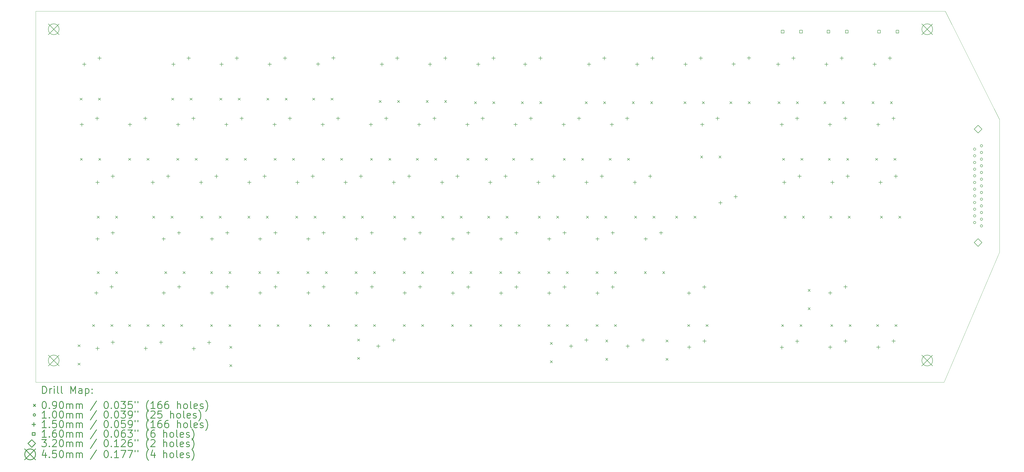
<source format=gbr>
%FSLAX45Y45*%
G04 Gerber Fmt 4.5, Leading zero omitted, Abs format (unit mm)*
G04 Created by KiCad (PCBNEW 5.1.6-c6e7f7d~87~ubuntu20.04.1) date 2020-07-24 00:41:25*
%MOMM*%
%LPD*%
G01*
G04 APERTURE LIST*
%TA.AperFunction,Profile*%
%ADD10C,0.050000*%
%TD*%
%ADD11C,0.200000*%
%ADD12C,0.300000*%
G04 APERTURE END LIST*
D10*
X42500000Y-16100000D02*
X40200000Y-21500000D01*
X42500000Y-10600000D02*
X42500000Y-16100000D01*
X40250000Y-6100000D02*
X42500000Y-10600000D01*
X2500000Y-21500000D02*
X40200000Y-21500000D01*
X40250000Y-6100000D02*
X2500000Y-6100000D01*
X2500000Y-6100000D02*
X2500000Y-21500000D01*
D11*
X37393000Y-19105000D02*
X37483000Y-19195000D01*
X37483000Y-19105000D02*
X37393000Y-19195000D01*
X38155000Y-19105000D02*
X38245000Y-19195000D01*
X38245000Y-19105000D02*
X38155000Y-19195000D01*
X12093000Y-9705000D02*
X12183000Y-9795000D01*
X12183000Y-9705000D02*
X12093000Y-9795000D01*
X12855000Y-9705000D02*
X12945000Y-9795000D01*
X12945000Y-9705000D02*
X12855000Y-9795000D01*
X21755000Y-16905000D02*
X21845000Y-16995000D01*
X21845000Y-16905000D02*
X21755000Y-16995000D01*
X22517000Y-16905000D02*
X22607000Y-16995000D01*
X22607000Y-16905000D02*
X22517000Y-16995000D01*
X23755000Y-19105000D02*
X23845000Y-19195000D01*
X23845000Y-19105000D02*
X23755000Y-19195000D01*
X24517000Y-19105000D02*
X24607000Y-19195000D01*
X24607000Y-19105000D02*
X24517000Y-19195000D01*
X33493000Y-12205000D02*
X33583000Y-12295000D01*
X33583000Y-12205000D02*
X33493000Y-12295000D01*
X34255000Y-12205000D02*
X34345000Y-12295000D01*
X34345000Y-12205000D02*
X34255000Y-12295000D01*
X15855000Y-19705000D02*
X15945000Y-19795000D01*
X15945000Y-19705000D02*
X15855000Y-19795000D01*
X15855000Y-20467000D02*
X15945000Y-20557000D01*
X15945000Y-20467000D02*
X15855000Y-20557000D01*
X25355000Y-14605000D02*
X25445000Y-14695000D01*
X25445000Y-14605000D02*
X25355000Y-14695000D01*
X26117000Y-14605000D02*
X26207000Y-14695000D01*
X26207000Y-14605000D02*
X26117000Y-14695000D01*
X23355000Y-14605000D02*
X23445000Y-14695000D01*
X23445000Y-14605000D02*
X23355000Y-14695000D01*
X24117000Y-14605000D02*
X24207000Y-14695000D01*
X24207000Y-14605000D02*
X24117000Y-14695000D01*
X26293000Y-12205000D02*
X26383000Y-12295000D01*
X26383000Y-12205000D02*
X26293000Y-12295000D01*
X27055000Y-12205000D02*
X27145000Y-12295000D01*
X27145000Y-12205000D02*
X27055000Y-12295000D01*
X7755000Y-19105000D02*
X7845000Y-19195000D01*
X7845000Y-19105000D02*
X7755000Y-19195000D01*
X8517000Y-19105000D02*
X8607000Y-19195000D01*
X8607000Y-19105000D02*
X8517000Y-19195000D01*
X4343000Y-9705000D02*
X4433000Y-9795000D01*
X4433000Y-9705000D02*
X4343000Y-9795000D01*
X5105000Y-9705000D02*
X5195000Y-9795000D01*
X5195000Y-9705000D02*
X5105000Y-9795000D01*
X20705000Y-9855000D02*
X20795000Y-9945000D01*
X20795000Y-9855000D02*
X20705000Y-9945000D01*
X21467000Y-9855000D02*
X21557000Y-9945000D01*
X21557000Y-9855000D02*
X21467000Y-9945000D01*
X31305000Y-9855000D02*
X31395000Y-9945000D01*
X31395000Y-9855000D02*
X31305000Y-9945000D01*
X32067000Y-9855000D02*
X32157000Y-9945000D01*
X32157000Y-9855000D02*
X32067000Y-9945000D01*
X25755000Y-19105000D02*
X25845000Y-19195000D01*
X25845000Y-19105000D02*
X25755000Y-19195000D01*
X26517000Y-19105000D02*
X26607000Y-19195000D01*
X26607000Y-19105000D02*
X26517000Y-19195000D01*
X23755000Y-16905000D02*
X23845000Y-16995000D01*
X23845000Y-16905000D02*
X23755000Y-16995000D01*
X24517000Y-16905000D02*
X24607000Y-16995000D01*
X24607000Y-16905000D02*
X24517000Y-16995000D01*
X7855000Y-16905000D02*
X7945000Y-16995000D01*
X7945000Y-16905000D02*
X7855000Y-16995000D01*
X8617000Y-16905000D02*
X8707000Y-16995000D01*
X8707000Y-16905000D02*
X8617000Y-16995000D01*
X19355000Y-14605000D02*
X19445000Y-14695000D01*
X19445000Y-14605000D02*
X19355000Y-14695000D01*
X20117000Y-14605000D02*
X20207000Y-14695000D01*
X20207000Y-14605000D02*
X20117000Y-14695000D01*
X29555000Y-19105000D02*
X29645000Y-19195000D01*
X29645000Y-19105000D02*
X29555000Y-19195000D01*
X30317000Y-19105000D02*
X30407000Y-19195000D01*
X30407000Y-19105000D02*
X30317000Y-19195000D01*
X30093000Y-12105000D02*
X30183000Y-12195000D01*
X30183000Y-12105000D02*
X30093000Y-12195000D01*
X30855000Y-12105000D02*
X30945000Y-12195000D01*
X30945000Y-12105000D02*
X30855000Y-12195000D01*
X8355000Y-12205000D02*
X8445000Y-12295000D01*
X8445000Y-12205000D02*
X8355000Y-12295000D01*
X9117000Y-12205000D02*
X9207000Y-12295000D01*
X9207000Y-12205000D02*
X9117000Y-12295000D01*
X13993000Y-9705000D02*
X14083000Y-9795000D01*
X14083000Y-9705000D02*
X13993000Y-9795000D01*
X14755000Y-9705000D02*
X14845000Y-9795000D01*
X14845000Y-9705000D02*
X14755000Y-9795000D01*
X24393000Y-12205000D02*
X24483000Y-12295000D01*
X24483000Y-12205000D02*
X24393000Y-12295000D01*
X25155000Y-12205000D02*
X25245000Y-12295000D01*
X25245000Y-12205000D02*
X25155000Y-12295000D01*
X9755000Y-19105000D02*
X9845000Y-19195000D01*
X9845000Y-19105000D02*
X9755000Y-19195000D01*
X10517000Y-19105000D02*
X10607000Y-19195000D01*
X10607000Y-19105000D02*
X10517000Y-19195000D01*
X34555000Y-17643000D02*
X34645000Y-17733000D01*
X34645000Y-17643000D02*
X34555000Y-17733000D01*
X34555000Y-18405000D02*
X34645000Y-18495000D01*
X34645000Y-18405000D02*
X34555000Y-18495000D01*
X17355000Y-14605000D02*
X17445000Y-14695000D01*
X17445000Y-14605000D02*
X17355000Y-14695000D01*
X18117000Y-14605000D02*
X18207000Y-14695000D01*
X18207000Y-14605000D02*
X18117000Y-14695000D01*
X29055000Y-14605000D02*
X29145000Y-14695000D01*
X29145000Y-14605000D02*
X29055000Y-14695000D01*
X29817000Y-14605000D02*
X29907000Y-14695000D01*
X29907000Y-14605000D02*
X29817000Y-14695000D01*
X11755000Y-19105000D02*
X11845000Y-19195000D01*
X11845000Y-19105000D02*
X11755000Y-19195000D01*
X12517000Y-19105000D02*
X12607000Y-19195000D01*
X12607000Y-19105000D02*
X12517000Y-19195000D01*
X22293000Y-12205000D02*
X22383000Y-12295000D01*
X22383000Y-12205000D02*
X22293000Y-12295000D01*
X23055000Y-12205000D02*
X23145000Y-12295000D01*
X23145000Y-12205000D02*
X23055000Y-12295000D01*
X9755000Y-16905000D02*
X9845000Y-16995000D01*
X9845000Y-16905000D02*
X9755000Y-16995000D01*
X10517000Y-16905000D02*
X10607000Y-16995000D01*
X10607000Y-16905000D02*
X10517000Y-16995000D01*
X25305000Y-9855000D02*
X25395000Y-9945000D01*
X25395000Y-9855000D02*
X25305000Y-9945000D01*
X26067000Y-9855000D02*
X26157000Y-9945000D01*
X26157000Y-9855000D02*
X26067000Y-9945000D01*
X33555000Y-14605000D02*
X33645000Y-14695000D01*
X33645000Y-14605000D02*
X33555000Y-14695000D01*
X34317000Y-14605000D02*
X34407000Y-14695000D01*
X34407000Y-14605000D02*
X34317000Y-14695000D01*
X35205000Y-9855000D02*
X35295000Y-9945000D01*
X35295000Y-9855000D02*
X35205000Y-9945000D01*
X35967000Y-9855000D02*
X36057000Y-9945000D01*
X36057000Y-9855000D02*
X35967000Y-9945000D01*
X13293000Y-14605000D02*
X13383000Y-14695000D01*
X13383000Y-14605000D02*
X13293000Y-14695000D01*
X14055000Y-14605000D02*
X14145000Y-14695000D01*
X14145000Y-14605000D02*
X14055000Y-14695000D01*
X21255000Y-14605000D02*
X21345000Y-14695000D01*
X21345000Y-14605000D02*
X21255000Y-14695000D01*
X22017000Y-14605000D02*
X22107000Y-14695000D01*
X22107000Y-14605000D02*
X22017000Y-14695000D01*
X10143000Y-9705000D02*
X10233000Y-9795000D01*
X10233000Y-9705000D02*
X10143000Y-9795000D01*
X10905000Y-9705000D02*
X10995000Y-9795000D01*
X10995000Y-9705000D02*
X10905000Y-9795000D01*
X4255000Y-19943000D02*
X4345000Y-20033000D01*
X4345000Y-19943000D02*
X4255000Y-20033000D01*
X4255000Y-20705000D02*
X4345000Y-20795000D01*
X4345000Y-20705000D02*
X4255000Y-20795000D01*
X29405000Y-9855000D02*
X29495000Y-9945000D01*
X29495000Y-9855000D02*
X29405000Y-9945000D01*
X30167000Y-9855000D02*
X30257000Y-9945000D01*
X30257000Y-9855000D02*
X30167000Y-9945000D01*
X6355000Y-12205000D02*
X6445000Y-12295000D01*
X6445000Y-12205000D02*
X6355000Y-12295000D01*
X7117000Y-12205000D02*
X7207000Y-12295000D01*
X7207000Y-12205000D02*
X7117000Y-12295000D01*
X35393000Y-12205000D02*
X35483000Y-12295000D01*
X35483000Y-12205000D02*
X35393000Y-12295000D01*
X36155000Y-12205000D02*
X36245000Y-12295000D01*
X36245000Y-12205000D02*
X36155000Y-12295000D01*
X13855000Y-19105000D02*
X13945000Y-19195000D01*
X13945000Y-19105000D02*
X13855000Y-19195000D01*
X14617000Y-19105000D02*
X14707000Y-19195000D01*
X14707000Y-19105000D02*
X14617000Y-19195000D01*
X16393000Y-12205000D02*
X16483000Y-12295000D01*
X16483000Y-12205000D02*
X16393000Y-12295000D01*
X17155000Y-12205000D02*
X17245000Y-12295000D01*
X17245000Y-12205000D02*
X17155000Y-12295000D01*
X11755000Y-16905000D02*
X11845000Y-16995000D01*
X11845000Y-16905000D02*
X11755000Y-16995000D01*
X12517000Y-16905000D02*
X12607000Y-16995000D01*
X12607000Y-16905000D02*
X12517000Y-16995000D01*
X37205000Y-9855000D02*
X37295000Y-9945000D01*
X37295000Y-9855000D02*
X37205000Y-9945000D01*
X37967000Y-9855000D02*
X38057000Y-9945000D01*
X38057000Y-9855000D02*
X37967000Y-9945000D01*
X25755000Y-16905000D02*
X25845000Y-16995000D01*
X25845000Y-16905000D02*
X25755000Y-16995000D01*
X26517000Y-16905000D02*
X26607000Y-16995000D01*
X26607000Y-16905000D02*
X26517000Y-16995000D01*
X35455000Y-14605000D02*
X35545000Y-14695000D01*
X35545000Y-14605000D02*
X35455000Y-14695000D01*
X36217000Y-14605000D02*
X36307000Y-14695000D01*
X36307000Y-14605000D02*
X36217000Y-14695000D01*
X15755000Y-19105000D02*
X15845000Y-19195000D01*
X15845000Y-19105000D02*
X15755000Y-19195000D01*
X16517000Y-19105000D02*
X16607000Y-19195000D01*
X16607000Y-19105000D02*
X16517000Y-19195000D01*
X13755000Y-16905000D02*
X13845000Y-16995000D01*
X13845000Y-16905000D02*
X13755000Y-16995000D01*
X14517000Y-16905000D02*
X14607000Y-16995000D01*
X14607000Y-16905000D02*
X14517000Y-16995000D01*
X27755000Y-16905000D02*
X27845000Y-16995000D01*
X27845000Y-16905000D02*
X27755000Y-16995000D01*
X28517000Y-16905000D02*
X28607000Y-16995000D01*
X28607000Y-16905000D02*
X28517000Y-16995000D01*
X17755000Y-19105000D02*
X17845000Y-19195000D01*
X17845000Y-19105000D02*
X17755000Y-19195000D01*
X18517000Y-19105000D02*
X18607000Y-19195000D01*
X18607000Y-19105000D02*
X18517000Y-19195000D01*
X23855000Y-19843000D02*
X23945000Y-19933000D01*
X23945000Y-19843000D02*
X23855000Y-19933000D01*
X23855000Y-20605000D02*
X23945000Y-20695000D01*
X23945000Y-20605000D02*
X23855000Y-20695000D01*
X14393000Y-12205000D02*
X14483000Y-12295000D01*
X14483000Y-12205000D02*
X14393000Y-12295000D01*
X15155000Y-12205000D02*
X15245000Y-12295000D01*
X15245000Y-12205000D02*
X15155000Y-12295000D01*
X21755000Y-19105000D02*
X21845000Y-19195000D01*
X21845000Y-19105000D02*
X21755000Y-19195000D01*
X22517000Y-19105000D02*
X22607000Y-19195000D01*
X22607000Y-19105000D02*
X22517000Y-19195000D01*
X22655000Y-9855000D02*
X22745000Y-9945000D01*
X22745000Y-9855000D02*
X22655000Y-9945000D01*
X23417000Y-9855000D02*
X23507000Y-9945000D01*
X23507000Y-9855000D02*
X23417000Y-9945000D01*
X11305000Y-14605000D02*
X11395000Y-14695000D01*
X11395000Y-14605000D02*
X11305000Y-14695000D01*
X12067000Y-14605000D02*
X12157000Y-14695000D01*
X12157000Y-14605000D02*
X12067000Y-14695000D01*
X15255000Y-14605000D02*
X15345000Y-14695000D01*
X15345000Y-14605000D02*
X15255000Y-14695000D01*
X16017000Y-14605000D02*
X16107000Y-14695000D01*
X16107000Y-14605000D02*
X16017000Y-14695000D01*
X18705000Y-9805000D02*
X18795000Y-9895000D01*
X18795000Y-9805000D02*
X18705000Y-9895000D01*
X19467000Y-9805000D02*
X19557000Y-9895000D01*
X19557000Y-9805000D02*
X19467000Y-9895000D01*
X10393000Y-12205000D02*
X10483000Y-12295000D01*
X10483000Y-12205000D02*
X10393000Y-12295000D01*
X11155000Y-12205000D02*
X11245000Y-12295000D01*
X11245000Y-12205000D02*
X11155000Y-12295000D01*
X19755000Y-19105000D02*
X19845000Y-19195000D01*
X19845000Y-19105000D02*
X19755000Y-19195000D01*
X20517000Y-19105000D02*
X20607000Y-19195000D01*
X20607000Y-19105000D02*
X20517000Y-19195000D01*
X26155000Y-19743000D02*
X26245000Y-19833000D01*
X26245000Y-19743000D02*
X26155000Y-19833000D01*
X26155000Y-20505000D02*
X26245000Y-20595000D01*
X26245000Y-20505000D02*
X26155000Y-20595000D01*
X16755000Y-9805000D02*
X16845000Y-9895000D01*
X16845000Y-9805000D02*
X16755000Y-9895000D01*
X17517000Y-9805000D02*
X17607000Y-9895000D01*
X17607000Y-9805000D02*
X17517000Y-9895000D01*
X4355000Y-12205000D02*
X4445000Y-12295000D01*
X4445000Y-12205000D02*
X4355000Y-12295000D01*
X5117000Y-12205000D02*
X5207000Y-12295000D01*
X5207000Y-12205000D02*
X5117000Y-12295000D01*
X37555000Y-14605000D02*
X37645000Y-14695000D01*
X37645000Y-14605000D02*
X37555000Y-14695000D01*
X38317000Y-14605000D02*
X38407000Y-14695000D01*
X38407000Y-14605000D02*
X38317000Y-14695000D01*
X28655000Y-19743000D02*
X28745000Y-19833000D01*
X28745000Y-19743000D02*
X28655000Y-19833000D01*
X28655000Y-20505000D02*
X28745000Y-20595000D01*
X28745000Y-20505000D02*
X28655000Y-20595000D01*
X15755000Y-16905000D02*
X15845000Y-16995000D01*
X15845000Y-16905000D02*
X15755000Y-16995000D01*
X16517000Y-16905000D02*
X16607000Y-16995000D01*
X16607000Y-16905000D02*
X16517000Y-16995000D01*
X9355000Y-14605000D02*
X9445000Y-14695000D01*
X9445000Y-14605000D02*
X9355000Y-14695000D01*
X10117000Y-14605000D02*
X10207000Y-14695000D01*
X10207000Y-14605000D02*
X10117000Y-14695000D01*
X4855000Y-19105000D02*
X4945000Y-19195000D01*
X4945000Y-19105000D02*
X4855000Y-19195000D01*
X5617000Y-19105000D02*
X5707000Y-19195000D01*
X5707000Y-19105000D02*
X5617000Y-19195000D01*
X20393000Y-12205000D02*
X20483000Y-12295000D01*
X20483000Y-12205000D02*
X20393000Y-12295000D01*
X21155000Y-12205000D02*
X21245000Y-12295000D01*
X21245000Y-12205000D02*
X21155000Y-12295000D01*
X5055000Y-14605000D02*
X5145000Y-14695000D01*
X5145000Y-14605000D02*
X5055000Y-14695000D01*
X5817000Y-14605000D02*
X5907000Y-14695000D01*
X5907000Y-14605000D02*
X5817000Y-14695000D01*
X37355000Y-12205000D02*
X37445000Y-12295000D01*
X37445000Y-12205000D02*
X37355000Y-12295000D01*
X38117000Y-12205000D02*
X38207000Y-12295000D01*
X38207000Y-12205000D02*
X38117000Y-12295000D01*
X7355000Y-14605000D02*
X7445000Y-14695000D01*
X7445000Y-14605000D02*
X7355000Y-14695000D01*
X8117000Y-14605000D02*
X8207000Y-14695000D01*
X8207000Y-14605000D02*
X8117000Y-14695000D01*
X17755000Y-16905000D02*
X17845000Y-16995000D01*
X17845000Y-16905000D02*
X17755000Y-16995000D01*
X18517000Y-16905000D02*
X18607000Y-16995000D01*
X18607000Y-16905000D02*
X18517000Y-16995000D01*
X27355000Y-14605000D02*
X27445000Y-14695000D01*
X27445000Y-14605000D02*
X27355000Y-14695000D01*
X28117000Y-14605000D02*
X28207000Y-14695000D01*
X28207000Y-14605000D02*
X28117000Y-14695000D01*
X33305000Y-9855000D02*
X33395000Y-9945000D01*
X33395000Y-9855000D02*
X33305000Y-9945000D01*
X34067000Y-9855000D02*
X34157000Y-9945000D01*
X34157000Y-9855000D02*
X34067000Y-9945000D01*
X12393000Y-12205000D02*
X12483000Y-12295000D01*
X12483000Y-12205000D02*
X12393000Y-12295000D01*
X13155000Y-12205000D02*
X13245000Y-12295000D01*
X13245000Y-12205000D02*
X13155000Y-12295000D01*
X8143000Y-9705000D02*
X8233000Y-9795000D01*
X8233000Y-9705000D02*
X8143000Y-9795000D01*
X8905000Y-9705000D02*
X8995000Y-9795000D01*
X8995000Y-9705000D02*
X8905000Y-9795000D01*
X5055000Y-16905000D02*
X5145000Y-16995000D01*
X5145000Y-16905000D02*
X5055000Y-16995000D01*
X5817000Y-16905000D02*
X5907000Y-16995000D01*
X5907000Y-16905000D02*
X5817000Y-16995000D01*
X27255000Y-9855000D02*
X27345000Y-9945000D01*
X27345000Y-9855000D02*
X27255000Y-9945000D01*
X28017000Y-9855000D02*
X28107000Y-9945000D01*
X28107000Y-9855000D02*
X28017000Y-9945000D01*
X33455000Y-19105000D02*
X33545000Y-19195000D01*
X33545000Y-19105000D02*
X33455000Y-19195000D01*
X34217000Y-19105000D02*
X34307000Y-19195000D01*
X34307000Y-19105000D02*
X34217000Y-19195000D01*
X6355000Y-19105000D02*
X6445000Y-19195000D01*
X6445000Y-19105000D02*
X6355000Y-19195000D01*
X7117000Y-19105000D02*
X7207000Y-19195000D01*
X7207000Y-19105000D02*
X7117000Y-19195000D01*
X35493000Y-19105000D02*
X35583000Y-19195000D01*
X35583000Y-19105000D02*
X35493000Y-19195000D01*
X36255000Y-19105000D02*
X36345000Y-19195000D01*
X36345000Y-19105000D02*
X36255000Y-19195000D01*
X19755000Y-16905000D02*
X19845000Y-16995000D01*
X19845000Y-16905000D02*
X19755000Y-16995000D01*
X20517000Y-16905000D02*
X20607000Y-16995000D01*
X20607000Y-16905000D02*
X20517000Y-16995000D01*
X18293000Y-12205000D02*
X18383000Y-12295000D01*
X18383000Y-12205000D02*
X18293000Y-12295000D01*
X19055000Y-12205000D02*
X19145000Y-12295000D01*
X19145000Y-12205000D02*
X19055000Y-12295000D01*
X10555000Y-20005000D02*
X10645000Y-20095000D01*
X10645000Y-20005000D02*
X10555000Y-20095000D01*
X10555000Y-20767000D02*
X10645000Y-20857000D01*
X10645000Y-20767000D02*
X10555000Y-20857000D01*
X41516000Y-11826500D02*
G75*
G03*
X41516000Y-11826500I-50000J0D01*
G01*
X41516000Y-12103500D02*
G75*
G03*
X41516000Y-12103500I-50000J0D01*
G01*
X41516000Y-12380500D02*
G75*
G03*
X41516000Y-12380500I-50000J0D01*
G01*
X41516000Y-12657500D02*
G75*
G03*
X41516000Y-12657500I-50000J0D01*
G01*
X41516000Y-12934500D02*
G75*
G03*
X41516000Y-12934500I-50000J0D01*
G01*
X41516000Y-13211500D02*
G75*
G03*
X41516000Y-13211500I-50000J0D01*
G01*
X41516000Y-13488500D02*
G75*
G03*
X41516000Y-13488500I-50000J0D01*
G01*
X41516000Y-13765500D02*
G75*
G03*
X41516000Y-13765500I-50000J0D01*
G01*
X41516000Y-14042500D02*
G75*
G03*
X41516000Y-14042500I-50000J0D01*
G01*
X41516000Y-14319500D02*
G75*
G03*
X41516000Y-14319500I-50000J0D01*
G01*
X41516000Y-14596500D02*
G75*
G03*
X41516000Y-14596500I-50000J0D01*
G01*
X41516000Y-14873500D02*
G75*
G03*
X41516000Y-14873500I-50000J0D01*
G01*
X41800000Y-11688000D02*
G75*
G03*
X41800000Y-11688000I-50000J0D01*
G01*
X41800000Y-11965000D02*
G75*
G03*
X41800000Y-11965000I-50000J0D01*
G01*
X41800000Y-12242000D02*
G75*
G03*
X41800000Y-12242000I-50000J0D01*
G01*
X41800000Y-12519000D02*
G75*
G03*
X41800000Y-12519000I-50000J0D01*
G01*
X41800000Y-12796000D02*
G75*
G03*
X41800000Y-12796000I-50000J0D01*
G01*
X41800000Y-13073000D02*
G75*
G03*
X41800000Y-13073000I-50000J0D01*
G01*
X41800000Y-13350000D02*
G75*
G03*
X41800000Y-13350000I-50000J0D01*
G01*
X41800000Y-13627000D02*
G75*
G03*
X41800000Y-13627000I-50000J0D01*
G01*
X41800000Y-13904000D02*
G75*
G03*
X41800000Y-13904000I-50000J0D01*
G01*
X41800000Y-14181000D02*
G75*
G03*
X41800000Y-14181000I-50000J0D01*
G01*
X41800000Y-14458000D02*
G75*
G03*
X41800000Y-14458000I-50000J0D01*
G01*
X41800000Y-14735000D02*
G75*
G03*
X41800000Y-14735000I-50000J0D01*
G01*
X41800000Y-15012000D02*
G75*
G03*
X41800000Y-15012000I-50000J0D01*
G01*
X35469000Y-19971000D02*
X35469000Y-20121000D01*
X35394000Y-20046000D02*
X35544000Y-20046000D01*
X36104000Y-19717000D02*
X36104000Y-19867000D01*
X36029000Y-19792000D02*
X36179000Y-19792000D01*
X7819000Y-17721000D02*
X7819000Y-17871000D01*
X7744000Y-17796000D02*
X7894000Y-17796000D01*
X8454000Y-17467000D02*
X8454000Y-17617000D01*
X8379000Y-17542000D02*
X8529000Y-17542000D01*
X11365000Y-13129000D02*
X11365000Y-13279000D01*
X11290000Y-13204000D02*
X11440000Y-13204000D01*
X12000000Y-12875000D02*
X12000000Y-13025000D01*
X11925000Y-12950000D02*
X12075000Y-12950000D01*
X35469000Y-17721000D02*
X35469000Y-17871000D01*
X35394000Y-17796000D02*
X35544000Y-17796000D01*
X36104000Y-17467000D02*
X36104000Y-17617000D01*
X36029000Y-17542000D02*
X36179000Y-17542000D01*
X37469000Y-19971000D02*
X37469000Y-20121000D01*
X37394000Y-20046000D02*
X37544000Y-20046000D01*
X38104000Y-19717000D02*
X38104000Y-19867000D01*
X38029000Y-19792000D02*
X38179000Y-19792000D01*
X9819000Y-17721000D02*
X9819000Y-17871000D01*
X9744000Y-17796000D02*
X9894000Y-17796000D01*
X10454000Y-17467000D02*
X10454000Y-17617000D01*
X10379000Y-17542000D02*
X10529000Y-17542000D01*
X17815000Y-15479000D02*
X17815000Y-15629000D01*
X17740000Y-15554000D02*
X17890000Y-15554000D01*
X18450000Y-15225000D02*
X18450000Y-15375000D01*
X18375000Y-15300000D02*
X18525000Y-15300000D01*
X11815000Y-15479000D02*
X11815000Y-15629000D01*
X11740000Y-15554000D02*
X11890000Y-15554000D01*
X12450000Y-15225000D02*
X12450000Y-15375000D01*
X12375000Y-15300000D02*
X12525000Y-15300000D01*
X5065000Y-13129000D02*
X5065000Y-13279000D01*
X4990000Y-13204000D02*
X5140000Y-13204000D01*
X5700000Y-12875000D02*
X5700000Y-13025000D01*
X5625000Y-12950000D02*
X5775000Y-12950000D01*
X23815000Y-17729000D02*
X23815000Y-17879000D01*
X23740000Y-17804000D02*
X23890000Y-17804000D01*
X24450000Y-17475000D02*
X24450000Y-17625000D01*
X24375000Y-17550000D02*
X24525000Y-17550000D01*
X30915000Y-13979000D02*
X30915000Y-14129000D01*
X30840000Y-14054000D02*
X30990000Y-14054000D01*
X31550000Y-13725000D02*
X31550000Y-13875000D01*
X31475000Y-13800000D02*
X31625000Y-13800000D01*
X33465000Y-10729000D02*
X33465000Y-10879000D01*
X33390000Y-10804000D02*
X33540000Y-10804000D01*
X34100000Y-10475000D02*
X34100000Y-10625000D01*
X34025000Y-10550000D02*
X34175000Y-10550000D01*
X6415000Y-10729000D02*
X6415000Y-10879000D01*
X6340000Y-10804000D02*
X6490000Y-10804000D01*
X7050000Y-10475000D02*
X7050000Y-10625000D01*
X6975000Y-10550000D02*
X7125000Y-10550000D01*
X24415000Y-10729000D02*
X24415000Y-10879000D01*
X24340000Y-10804000D02*
X24490000Y-10804000D01*
X25050000Y-10475000D02*
X25050000Y-10625000D01*
X24975000Y-10550000D02*
X25125000Y-10550000D01*
X35565000Y-13129000D02*
X35565000Y-13279000D01*
X35490000Y-13204000D02*
X35640000Y-13204000D01*
X36200000Y-12875000D02*
X36200000Y-13025000D01*
X36125000Y-12950000D02*
X36275000Y-12950000D01*
X20865000Y-8229000D02*
X20865000Y-8379000D01*
X20790000Y-8304000D02*
X20940000Y-8304000D01*
X21500000Y-7975000D02*
X21500000Y-8125000D01*
X21425000Y-8050000D02*
X21575000Y-8050000D01*
X23815000Y-15479000D02*
X23815000Y-15629000D01*
X23740000Y-15554000D02*
X23890000Y-15554000D01*
X24450000Y-15225000D02*
X24450000Y-15375000D01*
X24375000Y-15300000D02*
X24525000Y-15300000D01*
X17819000Y-17721000D02*
X17819000Y-17871000D01*
X17744000Y-17796000D02*
X17894000Y-17796000D01*
X18454000Y-17467000D02*
X18454000Y-17617000D01*
X18379000Y-17542000D02*
X18529000Y-17542000D01*
X35315000Y-8229000D02*
X35315000Y-8379000D01*
X35240000Y-8304000D02*
X35390000Y-8304000D01*
X35950000Y-7975000D02*
X35950000Y-8125000D01*
X35875000Y-8050000D02*
X36025000Y-8050000D01*
X18415000Y-10729000D02*
X18415000Y-10879000D01*
X18340000Y-10804000D02*
X18490000Y-10804000D01*
X19050000Y-10475000D02*
X19050000Y-10625000D01*
X18975000Y-10550000D02*
X19125000Y-10550000D01*
X29469000Y-8229000D02*
X29469000Y-8379000D01*
X29394000Y-8304000D02*
X29544000Y-8304000D01*
X30104000Y-7975000D02*
X30104000Y-8125000D01*
X30029000Y-8050000D02*
X30179000Y-8050000D01*
X27365000Y-13129000D02*
X27365000Y-13279000D01*
X27290000Y-13204000D02*
X27440000Y-13204000D01*
X28000000Y-12875000D02*
X28000000Y-13025000D01*
X27925000Y-12950000D02*
X28075000Y-12950000D01*
X33469000Y-19979000D02*
X33469000Y-20129000D01*
X33394000Y-20054000D02*
X33544000Y-20054000D01*
X34104000Y-19725000D02*
X34104000Y-19875000D01*
X34029000Y-19800000D02*
X34179000Y-19800000D01*
X24719000Y-19929000D02*
X24719000Y-20079000D01*
X24644000Y-20004000D02*
X24794000Y-20004000D01*
X25354000Y-19675000D02*
X25354000Y-19825000D01*
X25279000Y-19750000D02*
X25429000Y-19750000D01*
X5065000Y-15479000D02*
X5065000Y-15629000D01*
X4990000Y-15554000D02*
X5140000Y-15554000D01*
X5700000Y-15225000D02*
X5700000Y-15375000D01*
X5625000Y-15300000D02*
X5775000Y-15300000D01*
X12415000Y-10729000D02*
X12415000Y-10879000D01*
X12340000Y-10804000D02*
X12490000Y-10804000D01*
X13050000Y-10475000D02*
X13050000Y-10625000D01*
X12975000Y-10550000D02*
X13125000Y-10550000D01*
X21815000Y-15479000D02*
X21815000Y-15629000D01*
X21740000Y-15554000D02*
X21890000Y-15554000D01*
X22450000Y-15225000D02*
X22450000Y-15375000D01*
X22375000Y-15300000D02*
X22525000Y-15300000D01*
X18865000Y-8229000D02*
X18865000Y-8379000D01*
X18790000Y-8304000D02*
X18940000Y-8304000D01*
X19500000Y-7975000D02*
X19500000Y-8125000D01*
X19425000Y-8050000D02*
X19575000Y-8050000D01*
X15815000Y-15479000D02*
X15815000Y-15629000D01*
X15740000Y-15554000D02*
X15890000Y-15554000D01*
X16450000Y-15225000D02*
X16450000Y-15375000D01*
X16375000Y-15300000D02*
X16525000Y-15300000D01*
X21365000Y-13129000D02*
X21365000Y-13279000D01*
X21290000Y-13204000D02*
X21440000Y-13204000D01*
X22000000Y-12875000D02*
X22000000Y-13025000D01*
X21925000Y-12950000D02*
X22075000Y-12950000D01*
X15365000Y-13129000D02*
X15365000Y-13279000D01*
X15290000Y-13204000D02*
X15440000Y-13204000D01*
X16000000Y-12875000D02*
X16000000Y-13025000D01*
X15925000Y-12950000D02*
X16075000Y-12950000D01*
X7069000Y-20021000D02*
X7069000Y-20171000D01*
X6994000Y-20096000D02*
X7144000Y-20096000D01*
X7704000Y-19767000D02*
X7704000Y-19917000D01*
X7629000Y-19842000D02*
X7779000Y-19842000D01*
X9365000Y-13129000D02*
X9365000Y-13279000D01*
X9290000Y-13204000D02*
X9440000Y-13204000D01*
X10000000Y-12875000D02*
X10000000Y-13025000D01*
X9925000Y-12950000D02*
X10075000Y-12950000D01*
X29615000Y-17729000D02*
X29615000Y-17879000D01*
X29540000Y-17804000D02*
X29690000Y-17804000D01*
X30250000Y-17475000D02*
X30250000Y-17625000D01*
X30175000Y-17550000D02*
X30325000Y-17550000D01*
X8219000Y-8229000D02*
X8219000Y-8379000D01*
X8144000Y-8304000D02*
X8294000Y-8304000D01*
X8854000Y-7975000D02*
X8854000Y-8125000D01*
X8779000Y-8050000D02*
X8929000Y-8050000D01*
X27815000Y-15479000D02*
X27815000Y-15629000D01*
X27740000Y-15554000D02*
X27890000Y-15554000D01*
X28450000Y-15225000D02*
X28450000Y-15375000D01*
X28375000Y-15300000D02*
X28525000Y-15300000D01*
X4515000Y-8229000D02*
X4515000Y-8379000D01*
X4440000Y-8304000D02*
X4590000Y-8304000D01*
X5150000Y-7975000D02*
X5150000Y-8125000D01*
X5075000Y-8050000D02*
X5225000Y-8050000D01*
X10215000Y-8229000D02*
X10215000Y-8379000D01*
X10140000Y-8304000D02*
X10290000Y-8304000D01*
X10850000Y-7975000D02*
X10850000Y-8125000D01*
X10775000Y-8050000D02*
X10925000Y-8050000D01*
X37465000Y-10729000D02*
X37465000Y-10879000D01*
X37390000Y-10804000D02*
X37540000Y-10804000D01*
X38100000Y-10475000D02*
X38100000Y-10625000D01*
X38025000Y-10550000D02*
X38175000Y-10550000D01*
X21815000Y-17729000D02*
X21815000Y-17879000D01*
X21740000Y-17804000D02*
X21890000Y-17804000D01*
X22450000Y-17475000D02*
X22450000Y-17625000D01*
X22375000Y-17550000D02*
X22525000Y-17550000D01*
X5019000Y-17721000D02*
X5019000Y-17871000D01*
X4944000Y-17796000D02*
X5094000Y-17796000D01*
X5654000Y-17467000D02*
X5654000Y-17617000D01*
X5579000Y-17542000D02*
X5729000Y-17542000D01*
X30165000Y-10729000D02*
X30165000Y-10879000D01*
X30090000Y-10804000D02*
X30240000Y-10804000D01*
X30800000Y-10475000D02*
X30800000Y-10625000D01*
X30725000Y-10550000D02*
X30875000Y-10550000D01*
X4415000Y-10729000D02*
X4415000Y-10879000D01*
X4340000Y-10804000D02*
X4490000Y-10804000D01*
X5050000Y-10475000D02*
X5050000Y-10625000D01*
X4975000Y-10550000D02*
X5125000Y-10550000D01*
X22415000Y-10729000D02*
X22415000Y-10879000D01*
X22340000Y-10804000D02*
X22490000Y-10804000D01*
X23050000Y-10475000D02*
X23050000Y-10625000D01*
X22975000Y-10550000D02*
X23125000Y-10550000D01*
X33315000Y-8229000D02*
X33315000Y-8379000D01*
X33240000Y-8304000D02*
X33390000Y-8304000D01*
X33950000Y-7975000D02*
X33950000Y-8125000D01*
X33875000Y-8050000D02*
X34025000Y-8050000D01*
X9815000Y-15479000D02*
X9815000Y-15629000D01*
X9740000Y-15554000D02*
X9890000Y-15554000D01*
X10450000Y-15225000D02*
X10450000Y-15375000D01*
X10375000Y-15300000D02*
X10525000Y-15300000D01*
X14415000Y-10729000D02*
X14415000Y-10879000D01*
X14340000Y-10804000D02*
X14490000Y-10804000D01*
X15050000Y-10475000D02*
X15050000Y-10625000D01*
X14975000Y-10550000D02*
X15125000Y-10550000D01*
X16415000Y-10729000D02*
X16415000Y-10879000D01*
X16340000Y-10804000D02*
X16490000Y-10804000D01*
X17050000Y-10475000D02*
X17050000Y-10625000D01*
X16975000Y-10550000D02*
X17125000Y-10550000D01*
X27465000Y-8229000D02*
X27465000Y-8379000D01*
X27390000Y-8304000D02*
X27540000Y-8304000D01*
X28100000Y-7975000D02*
X28100000Y-8125000D01*
X28025000Y-8050000D02*
X28175000Y-8050000D01*
X25365000Y-13129000D02*
X25365000Y-13279000D01*
X25290000Y-13204000D02*
X25440000Y-13204000D01*
X26000000Y-12875000D02*
X26000000Y-13025000D01*
X25925000Y-12950000D02*
X26075000Y-12950000D01*
X19365000Y-13129000D02*
X19365000Y-13279000D01*
X19290000Y-13204000D02*
X19440000Y-13204000D01*
X20000000Y-12875000D02*
X20000000Y-13025000D01*
X19925000Y-12950000D02*
X20075000Y-12950000D01*
X16719000Y-19929000D02*
X16719000Y-20079000D01*
X16644000Y-20004000D02*
X16794000Y-20004000D01*
X17354000Y-19675000D02*
X17354000Y-19825000D01*
X17279000Y-19750000D02*
X17429000Y-19750000D01*
X29619000Y-19971000D02*
X29619000Y-20121000D01*
X29544000Y-20046000D02*
X29694000Y-20046000D01*
X30254000Y-19717000D02*
X30254000Y-19867000D01*
X30179000Y-19792000D02*
X30329000Y-19792000D01*
X12215000Y-8229000D02*
X12215000Y-8379000D01*
X12140000Y-8304000D02*
X12290000Y-8304000D01*
X12850000Y-7975000D02*
X12850000Y-8125000D01*
X12775000Y-8050000D02*
X12925000Y-8050000D01*
X5069000Y-20021000D02*
X5069000Y-20171000D01*
X4994000Y-20096000D02*
X5144000Y-20096000D01*
X5704000Y-19767000D02*
X5704000Y-19917000D01*
X5629000Y-19842000D02*
X5779000Y-19842000D01*
X11819000Y-17721000D02*
X11819000Y-17871000D01*
X11744000Y-17796000D02*
X11894000Y-17796000D01*
X12454000Y-17467000D02*
X12454000Y-17617000D01*
X12379000Y-17542000D02*
X12529000Y-17542000D01*
X16869000Y-8229000D02*
X16869000Y-8379000D01*
X16794000Y-8304000D02*
X16944000Y-8304000D01*
X17504000Y-7975000D02*
X17504000Y-8125000D01*
X17429000Y-8050000D02*
X17579000Y-8050000D01*
X37565000Y-13129000D02*
X37565000Y-13279000D01*
X37490000Y-13204000D02*
X37640000Y-13204000D01*
X38200000Y-12875000D02*
X38200000Y-13025000D01*
X38125000Y-12950000D02*
X38275000Y-12950000D01*
X10415000Y-10729000D02*
X10415000Y-10879000D01*
X10340000Y-10804000D02*
X10490000Y-10804000D01*
X11050000Y-10475000D02*
X11050000Y-10625000D01*
X10975000Y-10550000D02*
X11125000Y-10550000D01*
X15819000Y-17721000D02*
X15819000Y-17871000D01*
X15744000Y-17796000D02*
X15894000Y-17796000D01*
X16454000Y-17467000D02*
X16454000Y-17617000D01*
X16379000Y-17542000D02*
X16529000Y-17542000D01*
X14219000Y-8221000D02*
X14219000Y-8371000D01*
X14144000Y-8296000D02*
X14294000Y-8296000D01*
X14854000Y-7967000D02*
X14854000Y-8117000D01*
X14779000Y-8042000D02*
X14929000Y-8042000D01*
X19815000Y-15479000D02*
X19815000Y-15629000D01*
X19740000Y-15554000D02*
X19890000Y-15554000D01*
X20450000Y-15225000D02*
X20450000Y-15375000D01*
X20375000Y-15300000D02*
X20525000Y-15300000D01*
X13815000Y-15479000D02*
X13815000Y-15629000D01*
X13740000Y-15554000D02*
X13890000Y-15554000D01*
X14450000Y-15225000D02*
X14450000Y-15375000D01*
X14375000Y-15300000D02*
X14525000Y-15300000D01*
X7365000Y-13129000D02*
X7365000Y-13279000D01*
X7290000Y-13204000D02*
X7440000Y-13204000D01*
X8000000Y-12875000D02*
X8000000Y-13025000D01*
X7925000Y-12950000D02*
X8075000Y-12950000D01*
X25815000Y-17729000D02*
X25815000Y-17879000D01*
X25740000Y-17804000D02*
X25890000Y-17804000D01*
X26450000Y-17475000D02*
X26450000Y-17625000D01*
X26375000Y-17550000D02*
X26525000Y-17550000D01*
X8415000Y-10729000D02*
X8415000Y-10879000D01*
X8340000Y-10804000D02*
X8490000Y-10804000D01*
X9050000Y-10475000D02*
X9050000Y-10625000D01*
X8975000Y-10550000D02*
X9125000Y-10550000D01*
X25815000Y-15479000D02*
X25815000Y-15629000D01*
X25740000Y-15554000D02*
X25890000Y-15554000D01*
X26450000Y-15225000D02*
X26450000Y-15375000D01*
X26375000Y-15300000D02*
X26525000Y-15300000D01*
X13365000Y-13129000D02*
X13365000Y-13279000D01*
X13290000Y-13204000D02*
X13440000Y-13204000D01*
X14000000Y-12875000D02*
X14000000Y-13025000D01*
X13925000Y-12950000D02*
X14075000Y-12950000D01*
X35465000Y-10729000D02*
X35465000Y-10879000D01*
X35390000Y-10804000D02*
X35540000Y-10804000D01*
X36100000Y-10475000D02*
X36100000Y-10625000D01*
X36025000Y-10550000D02*
X36175000Y-10550000D01*
X19815000Y-17729000D02*
X19815000Y-17879000D01*
X19740000Y-17804000D02*
X19890000Y-17804000D01*
X20450000Y-17475000D02*
X20450000Y-17625000D01*
X20375000Y-17550000D02*
X20525000Y-17550000D01*
X26415000Y-10729000D02*
X26415000Y-10879000D01*
X26340000Y-10804000D02*
X26490000Y-10804000D01*
X27050000Y-10475000D02*
X27050000Y-10625000D01*
X26975000Y-10550000D02*
X27125000Y-10550000D01*
X37315000Y-8229000D02*
X37315000Y-8379000D01*
X37240000Y-8304000D02*
X37390000Y-8304000D01*
X37950000Y-7975000D02*
X37950000Y-8125000D01*
X37875000Y-8050000D02*
X38025000Y-8050000D01*
X20415000Y-10729000D02*
X20415000Y-10879000D01*
X20340000Y-10804000D02*
X20490000Y-10804000D01*
X21050000Y-10475000D02*
X21050000Y-10625000D01*
X20975000Y-10550000D02*
X21125000Y-10550000D01*
X31469000Y-8221000D02*
X31469000Y-8371000D01*
X31394000Y-8296000D02*
X31544000Y-8296000D01*
X32104000Y-7967000D02*
X32104000Y-8117000D01*
X32029000Y-8042000D02*
X32179000Y-8042000D01*
X33565000Y-13129000D02*
X33565000Y-13279000D01*
X33490000Y-13204000D02*
X33640000Y-13204000D01*
X34200000Y-12875000D02*
X34200000Y-13025000D01*
X34125000Y-12950000D02*
X34275000Y-12950000D01*
X25465000Y-8229000D02*
X25465000Y-8379000D01*
X25390000Y-8304000D02*
X25540000Y-8304000D01*
X26100000Y-7975000D02*
X26100000Y-8125000D01*
X26025000Y-8050000D02*
X26175000Y-8050000D01*
X27069000Y-19929000D02*
X27069000Y-20079000D01*
X26994000Y-20004000D02*
X27144000Y-20004000D01*
X27704000Y-19675000D02*
X27704000Y-19825000D01*
X27629000Y-19750000D02*
X27779000Y-19750000D01*
X7815000Y-15479000D02*
X7815000Y-15629000D01*
X7740000Y-15554000D02*
X7890000Y-15554000D01*
X8450000Y-15225000D02*
X8450000Y-15375000D01*
X8375000Y-15300000D02*
X8525000Y-15300000D01*
X22815000Y-8229000D02*
X22815000Y-8379000D01*
X22740000Y-8304000D02*
X22890000Y-8304000D01*
X23450000Y-7975000D02*
X23450000Y-8125000D01*
X23375000Y-8050000D02*
X23525000Y-8050000D01*
X13819000Y-17721000D02*
X13819000Y-17871000D01*
X13744000Y-17796000D02*
X13894000Y-17796000D01*
X14454000Y-17467000D02*
X14454000Y-17617000D01*
X14379000Y-17542000D02*
X14529000Y-17542000D01*
X23365000Y-13129000D02*
X23365000Y-13279000D01*
X23290000Y-13204000D02*
X23440000Y-13204000D01*
X24000000Y-12875000D02*
X24000000Y-13025000D01*
X23925000Y-12950000D02*
X24075000Y-12950000D01*
X17365000Y-13129000D02*
X17365000Y-13279000D01*
X17290000Y-13204000D02*
X17440000Y-13204000D01*
X18000000Y-12875000D02*
X18000000Y-13025000D01*
X17925000Y-12950000D02*
X18075000Y-12950000D01*
X9065000Y-20029000D02*
X9065000Y-20179000D01*
X8990000Y-20104000D02*
X9140000Y-20104000D01*
X9700000Y-19775000D02*
X9700000Y-19925000D01*
X9625000Y-19850000D02*
X9775000Y-19850000D01*
X33556569Y-7006569D02*
X33556569Y-6893431D01*
X33443431Y-6893431D01*
X33443431Y-7006569D01*
X33556569Y-7006569D01*
X34318569Y-7006569D02*
X34318569Y-6893431D01*
X34205431Y-6893431D01*
X34205431Y-7006569D01*
X34318569Y-7006569D01*
X35456569Y-7006569D02*
X35456569Y-6893431D01*
X35343431Y-6893431D01*
X35343431Y-7006569D01*
X35456569Y-7006569D01*
X36218569Y-7006569D02*
X36218569Y-6893431D01*
X36105431Y-6893431D01*
X36105431Y-7006569D01*
X36218569Y-7006569D01*
X37556569Y-7006569D02*
X37556569Y-6893431D01*
X37443431Y-6893431D01*
X37443431Y-7006569D01*
X37556569Y-7006569D01*
X38318569Y-7006569D02*
X38318569Y-6893431D01*
X38205431Y-6893431D01*
X38205431Y-7006569D01*
X38318569Y-7006569D01*
X41608000Y-11155000D02*
X41768000Y-10995000D01*
X41608000Y-10835000D01*
X41448000Y-10995000D01*
X41608000Y-11155000D01*
X41608000Y-15865000D02*
X41768000Y-15705000D01*
X41608000Y-15545000D01*
X41448000Y-15705000D01*
X41608000Y-15865000D01*
X39275000Y-20375000D02*
X39725000Y-20825000D01*
X39725000Y-20375000D02*
X39275000Y-20825000D01*
X39725000Y-20600000D02*
G75*
G03*
X39725000Y-20600000I-225000J0D01*
G01*
X3025000Y-6625000D02*
X3475000Y-7075000D01*
X3475000Y-6625000D02*
X3025000Y-7075000D01*
X3475000Y-6850000D02*
G75*
G03*
X3475000Y-6850000I-225000J0D01*
G01*
X3025000Y-20375000D02*
X3475000Y-20825000D01*
X3475000Y-20375000D02*
X3025000Y-20825000D01*
X3475000Y-20600000D02*
G75*
G03*
X3475000Y-20600000I-225000J0D01*
G01*
X39275000Y-6625000D02*
X39725000Y-7075000D01*
X39725000Y-6625000D02*
X39275000Y-7075000D01*
X39725000Y-6850000D02*
G75*
G03*
X39725000Y-6850000I-225000J0D01*
G01*
D12*
X2783928Y-21968214D02*
X2783928Y-21668214D01*
X2855357Y-21668214D01*
X2898214Y-21682500D01*
X2926786Y-21711072D01*
X2941071Y-21739643D01*
X2955357Y-21796786D01*
X2955357Y-21839643D01*
X2941071Y-21896786D01*
X2926786Y-21925357D01*
X2898214Y-21953929D01*
X2855357Y-21968214D01*
X2783928Y-21968214D01*
X3083928Y-21968214D02*
X3083928Y-21768214D01*
X3083928Y-21825357D02*
X3098214Y-21796786D01*
X3112500Y-21782500D01*
X3141071Y-21768214D01*
X3169643Y-21768214D01*
X3269643Y-21968214D02*
X3269643Y-21768214D01*
X3269643Y-21668214D02*
X3255357Y-21682500D01*
X3269643Y-21696786D01*
X3283928Y-21682500D01*
X3269643Y-21668214D01*
X3269643Y-21696786D01*
X3455357Y-21968214D02*
X3426786Y-21953929D01*
X3412500Y-21925357D01*
X3412500Y-21668214D01*
X3612500Y-21968214D02*
X3583928Y-21953929D01*
X3569643Y-21925357D01*
X3569643Y-21668214D01*
X3955357Y-21968214D02*
X3955357Y-21668214D01*
X4055357Y-21882500D01*
X4155357Y-21668214D01*
X4155357Y-21968214D01*
X4426786Y-21968214D02*
X4426786Y-21811072D01*
X4412500Y-21782500D01*
X4383928Y-21768214D01*
X4326786Y-21768214D01*
X4298214Y-21782500D01*
X4426786Y-21953929D02*
X4398214Y-21968214D01*
X4326786Y-21968214D01*
X4298214Y-21953929D01*
X4283928Y-21925357D01*
X4283928Y-21896786D01*
X4298214Y-21868214D01*
X4326786Y-21853929D01*
X4398214Y-21853929D01*
X4426786Y-21839643D01*
X4569643Y-21768214D02*
X4569643Y-22068214D01*
X4569643Y-21782500D02*
X4598214Y-21768214D01*
X4655357Y-21768214D01*
X4683928Y-21782500D01*
X4698214Y-21796786D01*
X4712500Y-21825357D01*
X4712500Y-21911072D01*
X4698214Y-21939643D01*
X4683928Y-21953929D01*
X4655357Y-21968214D01*
X4598214Y-21968214D01*
X4569643Y-21953929D01*
X4841071Y-21939643D02*
X4855357Y-21953929D01*
X4841071Y-21968214D01*
X4826786Y-21953929D01*
X4841071Y-21939643D01*
X4841071Y-21968214D01*
X4841071Y-21782500D02*
X4855357Y-21796786D01*
X4841071Y-21811072D01*
X4826786Y-21796786D01*
X4841071Y-21782500D01*
X4841071Y-21811072D01*
X2407500Y-22417500D02*
X2497500Y-22507500D01*
X2497500Y-22417500D02*
X2407500Y-22507500D01*
X2841071Y-22298214D02*
X2869643Y-22298214D01*
X2898214Y-22312500D01*
X2912500Y-22326786D01*
X2926786Y-22355357D01*
X2941071Y-22412500D01*
X2941071Y-22483929D01*
X2926786Y-22541071D01*
X2912500Y-22569643D01*
X2898214Y-22583929D01*
X2869643Y-22598214D01*
X2841071Y-22598214D01*
X2812500Y-22583929D01*
X2798214Y-22569643D01*
X2783928Y-22541071D01*
X2769643Y-22483929D01*
X2769643Y-22412500D01*
X2783928Y-22355357D01*
X2798214Y-22326786D01*
X2812500Y-22312500D01*
X2841071Y-22298214D01*
X3069643Y-22569643D02*
X3083928Y-22583929D01*
X3069643Y-22598214D01*
X3055357Y-22583929D01*
X3069643Y-22569643D01*
X3069643Y-22598214D01*
X3226786Y-22598214D02*
X3283928Y-22598214D01*
X3312500Y-22583929D01*
X3326786Y-22569643D01*
X3355357Y-22526786D01*
X3369643Y-22469643D01*
X3369643Y-22355357D01*
X3355357Y-22326786D01*
X3341071Y-22312500D01*
X3312500Y-22298214D01*
X3255357Y-22298214D01*
X3226786Y-22312500D01*
X3212500Y-22326786D01*
X3198214Y-22355357D01*
X3198214Y-22426786D01*
X3212500Y-22455357D01*
X3226786Y-22469643D01*
X3255357Y-22483929D01*
X3312500Y-22483929D01*
X3341071Y-22469643D01*
X3355357Y-22455357D01*
X3369643Y-22426786D01*
X3555357Y-22298214D02*
X3583928Y-22298214D01*
X3612500Y-22312500D01*
X3626786Y-22326786D01*
X3641071Y-22355357D01*
X3655357Y-22412500D01*
X3655357Y-22483929D01*
X3641071Y-22541071D01*
X3626786Y-22569643D01*
X3612500Y-22583929D01*
X3583928Y-22598214D01*
X3555357Y-22598214D01*
X3526786Y-22583929D01*
X3512500Y-22569643D01*
X3498214Y-22541071D01*
X3483928Y-22483929D01*
X3483928Y-22412500D01*
X3498214Y-22355357D01*
X3512500Y-22326786D01*
X3526786Y-22312500D01*
X3555357Y-22298214D01*
X3783928Y-22598214D02*
X3783928Y-22398214D01*
X3783928Y-22426786D02*
X3798214Y-22412500D01*
X3826786Y-22398214D01*
X3869643Y-22398214D01*
X3898214Y-22412500D01*
X3912500Y-22441071D01*
X3912500Y-22598214D01*
X3912500Y-22441071D02*
X3926786Y-22412500D01*
X3955357Y-22398214D01*
X3998214Y-22398214D01*
X4026786Y-22412500D01*
X4041071Y-22441071D01*
X4041071Y-22598214D01*
X4183928Y-22598214D02*
X4183928Y-22398214D01*
X4183928Y-22426786D02*
X4198214Y-22412500D01*
X4226786Y-22398214D01*
X4269643Y-22398214D01*
X4298214Y-22412500D01*
X4312500Y-22441071D01*
X4312500Y-22598214D01*
X4312500Y-22441071D02*
X4326786Y-22412500D01*
X4355357Y-22398214D01*
X4398214Y-22398214D01*
X4426786Y-22412500D01*
X4441071Y-22441071D01*
X4441071Y-22598214D01*
X5026786Y-22283929D02*
X4769643Y-22669643D01*
X5412500Y-22298214D02*
X5441071Y-22298214D01*
X5469643Y-22312500D01*
X5483928Y-22326786D01*
X5498214Y-22355357D01*
X5512500Y-22412500D01*
X5512500Y-22483929D01*
X5498214Y-22541071D01*
X5483928Y-22569643D01*
X5469643Y-22583929D01*
X5441071Y-22598214D01*
X5412500Y-22598214D01*
X5383928Y-22583929D01*
X5369643Y-22569643D01*
X5355357Y-22541071D01*
X5341071Y-22483929D01*
X5341071Y-22412500D01*
X5355357Y-22355357D01*
X5369643Y-22326786D01*
X5383928Y-22312500D01*
X5412500Y-22298214D01*
X5641071Y-22569643D02*
X5655357Y-22583929D01*
X5641071Y-22598214D01*
X5626786Y-22583929D01*
X5641071Y-22569643D01*
X5641071Y-22598214D01*
X5841071Y-22298214D02*
X5869643Y-22298214D01*
X5898214Y-22312500D01*
X5912500Y-22326786D01*
X5926786Y-22355357D01*
X5941071Y-22412500D01*
X5941071Y-22483929D01*
X5926786Y-22541071D01*
X5912500Y-22569643D01*
X5898214Y-22583929D01*
X5869643Y-22598214D01*
X5841071Y-22598214D01*
X5812500Y-22583929D01*
X5798214Y-22569643D01*
X5783928Y-22541071D01*
X5769643Y-22483929D01*
X5769643Y-22412500D01*
X5783928Y-22355357D01*
X5798214Y-22326786D01*
X5812500Y-22312500D01*
X5841071Y-22298214D01*
X6041071Y-22298214D02*
X6226786Y-22298214D01*
X6126786Y-22412500D01*
X6169643Y-22412500D01*
X6198214Y-22426786D01*
X6212500Y-22441071D01*
X6226786Y-22469643D01*
X6226786Y-22541071D01*
X6212500Y-22569643D01*
X6198214Y-22583929D01*
X6169643Y-22598214D01*
X6083928Y-22598214D01*
X6055357Y-22583929D01*
X6041071Y-22569643D01*
X6498214Y-22298214D02*
X6355357Y-22298214D01*
X6341071Y-22441071D01*
X6355357Y-22426786D01*
X6383928Y-22412500D01*
X6455357Y-22412500D01*
X6483928Y-22426786D01*
X6498214Y-22441071D01*
X6512500Y-22469643D01*
X6512500Y-22541071D01*
X6498214Y-22569643D01*
X6483928Y-22583929D01*
X6455357Y-22598214D01*
X6383928Y-22598214D01*
X6355357Y-22583929D01*
X6341071Y-22569643D01*
X6626786Y-22298214D02*
X6626786Y-22355357D01*
X6741071Y-22298214D02*
X6741071Y-22355357D01*
X7183928Y-22712500D02*
X7169643Y-22698214D01*
X7141071Y-22655357D01*
X7126786Y-22626786D01*
X7112500Y-22583929D01*
X7098214Y-22512500D01*
X7098214Y-22455357D01*
X7112500Y-22383929D01*
X7126786Y-22341072D01*
X7141071Y-22312500D01*
X7169643Y-22269643D01*
X7183928Y-22255357D01*
X7455357Y-22598214D02*
X7283928Y-22598214D01*
X7369643Y-22598214D02*
X7369643Y-22298214D01*
X7341071Y-22341072D01*
X7312500Y-22369643D01*
X7283928Y-22383929D01*
X7712500Y-22298214D02*
X7655357Y-22298214D01*
X7626786Y-22312500D01*
X7612500Y-22326786D01*
X7583928Y-22369643D01*
X7569643Y-22426786D01*
X7569643Y-22541071D01*
X7583928Y-22569643D01*
X7598214Y-22583929D01*
X7626786Y-22598214D01*
X7683928Y-22598214D01*
X7712500Y-22583929D01*
X7726786Y-22569643D01*
X7741071Y-22541071D01*
X7741071Y-22469643D01*
X7726786Y-22441071D01*
X7712500Y-22426786D01*
X7683928Y-22412500D01*
X7626786Y-22412500D01*
X7598214Y-22426786D01*
X7583928Y-22441071D01*
X7569643Y-22469643D01*
X7998214Y-22298214D02*
X7941071Y-22298214D01*
X7912500Y-22312500D01*
X7898214Y-22326786D01*
X7869643Y-22369643D01*
X7855357Y-22426786D01*
X7855357Y-22541071D01*
X7869643Y-22569643D01*
X7883928Y-22583929D01*
X7912500Y-22598214D01*
X7969643Y-22598214D01*
X7998214Y-22583929D01*
X8012500Y-22569643D01*
X8026786Y-22541071D01*
X8026786Y-22469643D01*
X8012500Y-22441071D01*
X7998214Y-22426786D01*
X7969643Y-22412500D01*
X7912500Y-22412500D01*
X7883928Y-22426786D01*
X7869643Y-22441071D01*
X7855357Y-22469643D01*
X8383928Y-22598214D02*
X8383928Y-22298214D01*
X8512500Y-22598214D02*
X8512500Y-22441071D01*
X8498214Y-22412500D01*
X8469643Y-22398214D01*
X8426786Y-22398214D01*
X8398214Y-22412500D01*
X8383928Y-22426786D01*
X8698214Y-22598214D02*
X8669643Y-22583929D01*
X8655357Y-22569643D01*
X8641071Y-22541071D01*
X8641071Y-22455357D01*
X8655357Y-22426786D01*
X8669643Y-22412500D01*
X8698214Y-22398214D01*
X8741071Y-22398214D01*
X8769643Y-22412500D01*
X8783928Y-22426786D01*
X8798214Y-22455357D01*
X8798214Y-22541071D01*
X8783928Y-22569643D01*
X8769643Y-22583929D01*
X8741071Y-22598214D01*
X8698214Y-22598214D01*
X8969643Y-22598214D02*
X8941071Y-22583929D01*
X8926786Y-22555357D01*
X8926786Y-22298214D01*
X9198214Y-22583929D02*
X9169643Y-22598214D01*
X9112500Y-22598214D01*
X9083928Y-22583929D01*
X9069643Y-22555357D01*
X9069643Y-22441071D01*
X9083928Y-22412500D01*
X9112500Y-22398214D01*
X9169643Y-22398214D01*
X9198214Y-22412500D01*
X9212500Y-22441071D01*
X9212500Y-22469643D01*
X9069643Y-22498214D01*
X9326786Y-22583929D02*
X9355357Y-22598214D01*
X9412500Y-22598214D01*
X9441071Y-22583929D01*
X9455357Y-22555357D01*
X9455357Y-22541071D01*
X9441071Y-22512500D01*
X9412500Y-22498214D01*
X9369643Y-22498214D01*
X9341071Y-22483929D01*
X9326786Y-22455357D01*
X9326786Y-22441071D01*
X9341071Y-22412500D01*
X9369643Y-22398214D01*
X9412500Y-22398214D01*
X9441071Y-22412500D01*
X9555357Y-22712500D02*
X9569643Y-22698214D01*
X9598214Y-22655357D01*
X9612500Y-22626786D01*
X9626786Y-22583929D01*
X9641071Y-22512500D01*
X9641071Y-22455357D01*
X9626786Y-22383929D01*
X9612500Y-22341072D01*
X9598214Y-22312500D01*
X9569643Y-22269643D01*
X9555357Y-22255357D01*
X2497500Y-22858500D02*
G75*
G03*
X2497500Y-22858500I-50000J0D01*
G01*
X2941071Y-22994214D02*
X2769643Y-22994214D01*
X2855357Y-22994214D02*
X2855357Y-22694214D01*
X2826786Y-22737071D01*
X2798214Y-22765643D01*
X2769643Y-22779929D01*
X3069643Y-22965643D02*
X3083928Y-22979929D01*
X3069643Y-22994214D01*
X3055357Y-22979929D01*
X3069643Y-22965643D01*
X3069643Y-22994214D01*
X3269643Y-22694214D02*
X3298214Y-22694214D01*
X3326786Y-22708500D01*
X3341071Y-22722786D01*
X3355357Y-22751357D01*
X3369643Y-22808500D01*
X3369643Y-22879929D01*
X3355357Y-22937071D01*
X3341071Y-22965643D01*
X3326786Y-22979929D01*
X3298214Y-22994214D01*
X3269643Y-22994214D01*
X3241071Y-22979929D01*
X3226786Y-22965643D01*
X3212500Y-22937071D01*
X3198214Y-22879929D01*
X3198214Y-22808500D01*
X3212500Y-22751357D01*
X3226786Y-22722786D01*
X3241071Y-22708500D01*
X3269643Y-22694214D01*
X3555357Y-22694214D02*
X3583928Y-22694214D01*
X3612500Y-22708500D01*
X3626786Y-22722786D01*
X3641071Y-22751357D01*
X3655357Y-22808500D01*
X3655357Y-22879929D01*
X3641071Y-22937071D01*
X3626786Y-22965643D01*
X3612500Y-22979929D01*
X3583928Y-22994214D01*
X3555357Y-22994214D01*
X3526786Y-22979929D01*
X3512500Y-22965643D01*
X3498214Y-22937071D01*
X3483928Y-22879929D01*
X3483928Y-22808500D01*
X3498214Y-22751357D01*
X3512500Y-22722786D01*
X3526786Y-22708500D01*
X3555357Y-22694214D01*
X3783928Y-22994214D02*
X3783928Y-22794214D01*
X3783928Y-22822786D02*
X3798214Y-22808500D01*
X3826786Y-22794214D01*
X3869643Y-22794214D01*
X3898214Y-22808500D01*
X3912500Y-22837071D01*
X3912500Y-22994214D01*
X3912500Y-22837071D02*
X3926786Y-22808500D01*
X3955357Y-22794214D01*
X3998214Y-22794214D01*
X4026786Y-22808500D01*
X4041071Y-22837071D01*
X4041071Y-22994214D01*
X4183928Y-22994214D02*
X4183928Y-22794214D01*
X4183928Y-22822786D02*
X4198214Y-22808500D01*
X4226786Y-22794214D01*
X4269643Y-22794214D01*
X4298214Y-22808500D01*
X4312500Y-22837071D01*
X4312500Y-22994214D01*
X4312500Y-22837071D02*
X4326786Y-22808500D01*
X4355357Y-22794214D01*
X4398214Y-22794214D01*
X4426786Y-22808500D01*
X4441071Y-22837071D01*
X4441071Y-22994214D01*
X5026786Y-22679929D02*
X4769643Y-23065643D01*
X5412500Y-22694214D02*
X5441071Y-22694214D01*
X5469643Y-22708500D01*
X5483928Y-22722786D01*
X5498214Y-22751357D01*
X5512500Y-22808500D01*
X5512500Y-22879929D01*
X5498214Y-22937071D01*
X5483928Y-22965643D01*
X5469643Y-22979929D01*
X5441071Y-22994214D01*
X5412500Y-22994214D01*
X5383928Y-22979929D01*
X5369643Y-22965643D01*
X5355357Y-22937071D01*
X5341071Y-22879929D01*
X5341071Y-22808500D01*
X5355357Y-22751357D01*
X5369643Y-22722786D01*
X5383928Y-22708500D01*
X5412500Y-22694214D01*
X5641071Y-22965643D02*
X5655357Y-22979929D01*
X5641071Y-22994214D01*
X5626786Y-22979929D01*
X5641071Y-22965643D01*
X5641071Y-22994214D01*
X5841071Y-22694214D02*
X5869643Y-22694214D01*
X5898214Y-22708500D01*
X5912500Y-22722786D01*
X5926786Y-22751357D01*
X5941071Y-22808500D01*
X5941071Y-22879929D01*
X5926786Y-22937071D01*
X5912500Y-22965643D01*
X5898214Y-22979929D01*
X5869643Y-22994214D01*
X5841071Y-22994214D01*
X5812500Y-22979929D01*
X5798214Y-22965643D01*
X5783928Y-22937071D01*
X5769643Y-22879929D01*
X5769643Y-22808500D01*
X5783928Y-22751357D01*
X5798214Y-22722786D01*
X5812500Y-22708500D01*
X5841071Y-22694214D01*
X6041071Y-22694214D02*
X6226786Y-22694214D01*
X6126786Y-22808500D01*
X6169643Y-22808500D01*
X6198214Y-22822786D01*
X6212500Y-22837071D01*
X6226786Y-22865643D01*
X6226786Y-22937071D01*
X6212500Y-22965643D01*
X6198214Y-22979929D01*
X6169643Y-22994214D01*
X6083928Y-22994214D01*
X6055357Y-22979929D01*
X6041071Y-22965643D01*
X6369643Y-22994214D02*
X6426786Y-22994214D01*
X6455357Y-22979929D01*
X6469643Y-22965643D01*
X6498214Y-22922786D01*
X6512500Y-22865643D01*
X6512500Y-22751357D01*
X6498214Y-22722786D01*
X6483928Y-22708500D01*
X6455357Y-22694214D01*
X6398214Y-22694214D01*
X6369643Y-22708500D01*
X6355357Y-22722786D01*
X6341071Y-22751357D01*
X6341071Y-22822786D01*
X6355357Y-22851357D01*
X6369643Y-22865643D01*
X6398214Y-22879929D01*
X6455357Y-22879929D01*
X6483928Y-22865643D01*
X6498214Y-22851357D01*
X6512500Y-22822786D01*
X6626786Y-22694214D02*
X6626786Y-22751357D01*
X6741071Y-22694214D02*
X6741071Y-22751357D01*
X7183928Y-23108500D02*
X7169643Y-23094214D01*
X7141071Y-23051357D01*
X7126786Y-23022786D01*
X7112500Y-22979929D01*
X7098214Y-22908500D01*
X7098214Y-22851357D01*
X7112500Y-22779929D01*
X7126786Y-22737071D01*
X7141071Y-22708500D01*
X7169643Y-22665643D01*
X7183928Y-22651357D01*
X7283928Y-22722786D02*
X7298214Y-22708500D01*
X7326786Y-22694214D01*
X7398214Y-22694214D01*
X7426786Y-22708500D01*
X7441071Y-22722786D01*
X7455357Y-22751357D01*
X7455357Y-22779929D01*
X7441071Y-22822786D01*
X7269643Y-22994214D01*
X7455357Y-22994214D01*
X7726786Y-22694214D02*
X7583928Y-22694214D01*
X7569643Y-22837071D01*
X7583928Y-22822786D01*
X7612500Y-22808500D01*
X7683928Y-22808500D01*
X7712500Y-22822786D01*
X7726786Y-22837071D01*
X7741071Y-22865643D01*
X7741071Y-22937071D01*
X7726786Y-22965643D01*
X7712500Y-22979929D01*
X7683928Y-22994214D01*
X7612500Y-22994214D01*
X7583928Y-22979929D01*
X7569643Y-22965643D01*
X8098214Y-22994214D02*
X8098214Y-22694214D01*
X8226786Y-22994214D02*
X8226786Y-22837071D01*
X8212500Y-22808500D01*
X8183928Y-22794214D01*
X8141071Y-22794214D01*
X8112500Y-22808500D01*
X8098214Y-22822786D01*
X8412500Y-22994214D02*
X8383928Y-22979929D01*
X8369643Y-22965643D01*
X8355357Y-22937071D01*
X8355357Y-22851357D01*
X8369643Y-22822786D01*
X8383928Y-22808500D01*
X8412500Y-22794214D01*
X8455357Y-22794214D01*
X8483928Y-22808500D01*
X8498214Y-22822786D01*
X8512500Y-22851357D01*
X8512500Y-22937071D01*
X8498214Y-22965643D01*
X8483928Y-22979929D01*
X8455357Y-22994214D01*
X8412500Y-22994214D01*
X8683928Y-22994214D02*
X8655357Y-22979929D01*
X8641071Y-22951357D01*
X8641071Y-22694214D01*
X8912500Y-22979929D02*
X8883928Y-22994214D01*
X8826786Y-22994214D01*
X8798214Y-22979929D01*
X8783928Y-22951357D01*
X8783928Y-22837071D01*
X8798214Y-22808500D01*
X8826786Y-22794214D01*
X8883928Y-22794214D01*
X8912500Y-22808500D01*
X8926786Y-22837071D01*
X8926786Y-22865643D01*
X8783928Y-22894214D01*
X9041071Y-22979929D02*
X9069643Y-22994214D01*
X9126786Y-22994214D01*
X9155357Y-22979929D01*
X9169643Y-22951357D01*
X9169643Y-22937071D01*
X9155357Y-22908500D01*
X9126786Y-22894214D01*
X9083928Y-22894214D01*
X9055357Y-22879929D01*
X9041071Y-22851357D01*
X9041071Y-22837071D01*
X9055357Y-22808500D01*
X9083928Y-22794214D01*
X9126786Y-22794214D01*
X9155357Y-22808500D01*
X9269643Y-23108500D02*
X9283928Y-23094214D01*
X9312500Y-23051357D01*
X9326786Y-23022786D01*
X9341071Y-22979929D01*
X9355357Y-22908500D01*
X9355357Y-22851357D01*
X9341071Y-22779929D01*
X9326786Y-22737071D01*
X9312500Y-22708500D01*
X9283928Y-22665643D01*
X9269643Y-22651357D01*
X2422500Y-23179500D02*
X2422500Y-23329500D01*
X2347500Y-23254500D02*
X2497500Y-23254500D01*
X2941071Y-23390214D02*
X2769643Y-23390214D01*
X2855357Y-23390214D02*
X2855357Y-23090214D01*
X2826786Y-23133071D01*
X2798214Y-23161643D01*
X2769643Y-23175929D01*
X3069643Y-23361643D02*
X3083928Y-23375929D01*
X3069643Y-23390214D01*
X3055357Y-23375929D01*
X3069643Y-23361643D01*
X3069643Y-23390214D01*
X3355357Y-23090214D02*
X3212500Y-23090214D01*
X3198214Y-23233071D01*
X3212500Y-23218786D01*
X3241071Y-23204500D01*
X3312500Y-23204500D01*
X3341071Y-23218786D01*
X3355357Y-23233071D01*
X3369643Y-23261643D01*
X3369643Y-23333071D01*
X3355357Y-23361643D01*
X3341071Y-23375929D01*
X3312500Y-23390214D01*
X3241071Y-23390214D01*
X3212500Y-23375929D01*
X3198214Y-23361643D01*
X3555357Y-23090214D02*
X3583928Y-23090214D01*
X3612500Y-23104500D01*
X3626786Y-23118786D01*
X3641071Y-23147357D01*
X3655357Y-23204500D01*
X3655357Y-23275929D01*
X3641071Y-23333071D01*
X3626786Y-23361643D01*
X3612500Y-23375929D01*
X3583928Y-23390214D01*
X3555357Y-23390214D01*
X3526786Y-23375929D01*
X3512500Y-23361643D01*
X3498214Y-23333071D01*
X3483928Y-23275929D01*
X3483928Y-23204500D01*
X3498214Y-23147357D01*
X3512500Y-23118786D01*
X3526786Y-23104500D01*
X3555357Y-23090214D01*
X3783928Y-23390214D02*
X3783928Y-23190214D01*
X3783928Y-23218786D02*
X3798214Y-23204500D01*
X3826786Y-23190214D01*
X3869643Y-23190214D01*
X3898214Y-23204500D01*
X3912500Y-23233071D01*
X3912500Y-23390214D01*
X3912500Y-23233071D02*
X3926786Y-23204500D01*
X3955357Y-23190214D01*
X3998214Y-23190214D01*
X4026786Y-23204500D01*
X4041071Y-23233071D01*
X4041071Y-23390214D01*
X4183928Y-23390214D02*
X4183928Y-23190214D01*
X4183928Y-23218786D02*
X4198214Y-23204500D01*
X4226786Y-23190214D01*
X4269643Y-23190214D01*
X4298214Y-23204500D01*
X4312500Y-23233071D01*
X4312500Y-23390214D01*
X4312500Y-23233071D02*
X4326786Y-23204500D01*
X4355357Y-23190214D01*
X4398214Y-23190214D01*
X4426786Y-23204500D01*
X4441071Y-23233071D01*
X4441071Y-23390214D01*
X5026786Y-23075929D02*
X4769643Y-23461643D01*
X5412500Y-23090214D02*
X5441071Y-23090214D01*
X5469643Y-23104500D01*
X5483928Y-23118786D01*
X5498214Y-23147357D01*
X5512500Y-23204500D01*
X5512500Y-23275929D01*
X5498214Y-23333071D01*
X5483928Y-23361643D01*
X5469643Y-23375929D01*
X5441071Y-23390214D01*
X5412500Y-23390214D01*
X5383928Y-23375929D01*
X5369643Y-23361643D01*
X5355357Y-23333071D01*
X5341071Y-23275929D01*
X5341071Y-23204500D01*
X5355357Y-23147357D01*
X5369643Y-23118786D01*
X5383928Y-23104500D01*
X5412500Y-23090214D01*
X5641071Y-23361643D02*
X5655357Y-23375929D01*
X5641071Y-23390214D01*
X5626786Y-23375929D01*
X5641071Y-23361643D01*
X5641071Y-23390214D01*
X5841071Y-23090214D02*
X5869643Y-23090214D01*
X5898214Y-23104500D01*
X5912500Y-23118786D01*
X5926786Y-23147357D01*
X5941071Y-23204500D01*
X5941071Y-23275929D01*
X5926786Y-23333071D01*
X5912500Y-23361643D01*
X5898214Y-23375929D01*
X5869643Y-23390214D01*
X5841071Y-23390214D01*
X5812500Y-23375929D01*
X5798214Y-23361643D01*
X5783928Y-23333071D01*
X5769643Y-23275929D01*
X5769643Y-23204500D01*
X5783928Y-23147357D01*
X5798214Y-23118786D01*
X5812500Y-23104500D01*
X5841071Y-23090214D01*
X6212500Y-23090214D02*
X6069643Y-23090214D01*
X6055357Y-23233071D01*
X6069643Y-23218786D01*
X6098214Y-23204500D01*
X6169643Y-23204500D01*
X6198214Y-23218786D01*
X6212500Y-23233071D01*
X6226786Y-23261643D01*
X6226786Y-23333071D01*
X6212500Y-23361643D01*
X6198214Y-23375929D01*
X6169643Y-23390214D01*
X6098214Y-23390214D01*
X6069643Y-23375929D01*
X6055357Y-23361643D01*
X6369643Y-23390214D02*
X6426786Y-23390214D01*
X6455357Y-23375929D01*
X6469643Y-23361643D01*
X6498214Y-23318786D01*
X6512500Y-23261643D01*
X6512500Y-23147357D01*
X6498214Y-23118786D01*
X6483928Y-23104500D01*
X6455357Y-23090214D01*
X6398214Y-23090214D01*
X6369643Y-23104500D01*
X6355357Y-23118786D01*
X6341071Y-23147357D01*
X6341071Y-23218786D01*
X6355357Y-23247357D01*
X6369643Y-23261643D01*
X6398214Y-23275929D01*
X6455357Y-23275929D01*
X6483928Y-23261643D01*
X6498214Y-23247357D01*
X6512500Y-23218786D01*
X6626786Y-23090214D02*
X6626786Y-23147357D01*
X6741071Y-23090214D02*
X6741071Y-23147357D01*
X7183928Y-23504500D02*
X7169643Y-23490214D01*
X7141071Y-23447357D01*
X7126786Y-23418786D01*
X7112500Y-23375929D01*
X7098214Y-23304500D01*
X7098214Y-23247357D01*
X7112500Y-23175929D01*
X7126786Y-23133071D01*
X7141071Y-23104500D01*
X7169643Y-23061643D01*
X7183928Y-23047357D01*
X7455357Y-23390214D02*
X7283928Y-23390214D01*
X7369643Y-23390214D02*
X7369643Y-23090214D01*
X7341071Y-23133071D01*
X7312500Y-23161643D01*
X7283928Y-23175929D01*
X7712500Y-23090214D02*
X7655357Y-23090214D01*
X7626786Y-23104500D01*
X7612500Y-23118786D01*
X7583928Y-23161643D01*
X7569643Y-23218786D01*
X7569643Y-23333071D01*
X7583928Y-23361643D01*
X7598214Y-23375929D01*
X7626786Y-23390214D01*
X7683928Y-23390214D01*
X7712500Y-23375929D01*
X7726786Y-23361643D01*
X7741071Y-23333071D01*
X7741071Y-23261643D01*
X7726786Y-23233071D01*
X7712500Y-23218786D01*
X7683928Y-23204500D01*
X7626786Y-23204500D01*
X7598214Y-23218786D01*
X7583928Y-23233071D01*
X7569643Y-23261643D01*
X7998214Y-23090214D02*
X7941071Y-23090214D01*
X7912500Y-23104500D01*
X7898214Y-23118786D01*
X7869643Y-23161643D01*
X7855357Y-23218786D01*
X7855357Y-23333071D01*
X7869643Y-23361643D01*
X7883928Y-23375929D01*
X7912500Y-23390214D01*
X7969643Y-23390214D01*
X7998214Y-23375929D01*
X8012500Y-23361643D01*
X8026786Y-23333071D01*
X8026786Y-23261643D01*
X8012500Y-23233071D01*
X7998214Y-23218786D01*
X7969643Y-23204500D01*
X7912500Y-23204500D01*
X7883928Y-23218786D01*
X7869643Y-23233071D01*
X7855357Y-23261643D01*
X8383928Y-23390214D02*
X8383928Y-23090214D01*
X8512500Y-23390214D02*
X8512500Y-23233071D01*
X8498214Y-23204500D01*
X8469643Y-23190214D01*
X8426786Y-23190214D01*
X8398214Y-23204500D01*
X8383928Y-23218786D01*
X8698214Y-23390214D02*
X8669643Y-23375929D01*
X8655357Y-23361643D01*
X8641071Y-23333071D01*
X8641071Y-23247357D01*
X8655357Y-23218786D01*
X8669643Y-23204500D01*
X8698214Y-23190214D01*
X8741071Y-23190214D01*
X8769643Y-23204500D01*
X8783928Y-23218786D01*
X8798214Y-23247357D01*
X8798214Y-23333071D01*
X8783928Y-23361643D01*
X8769643Y-23375929D01*
X8741071Y-23390214D01*
X8698214Y-23390214D01*
X8969643Y-23390214D02*
X8941071Y-23375929D01*
X8926786Y-23347357D01*
X8926786Y-23090214D01*
X9198214Y-23375929D02*
X9169643Y-23390214D01*
X9112500Y-23390214D01*
X9083928Y-23375929D01*
X9069643Y-23347357D01*
X9069643Y-23233071D01*
X9083928Y-23204500D01*
X9112500Y-23190214D01*
X9169643Y-23190214D01*
X9198214Y-23204500D01*
X9212500Y-23233071D01*
X9212500Y-23261643D01*
X9069643Y-23290214D01*
X9326786Y-23375929D02*
X9355357Y-23390214D01*
X9412500Y-23390214D01*
X9441071Y-23375929D01*
X9455357Y-23347357D01*
X9455357Y-23333071D01*
X9441071Y-23304500D01*
X9412500Y-23290214D01*
X9369643Y-23290214D01*
X9341071Y-23275929D01*
X9326786Y-23247357D01*
X9326786Y-23233071D01*
X9341071Y-23204500D01*
X9369643Y-23190214D01*
X9412500Y-23190214D01*
X9441071Y-23204500D01*
X9555357Y-23504500D02*
X9569643Y-23490214D01*
X9598214Y-23447357D01*
X9612500Y-23418786D01*
X9626786Y-23375929D01*
X9641071Y-23304500D01*
X9641071Y-23247357D01*
X9626786Y-23175929D01*
X9612500Y-23133071D01*
X9598214Y-23104500D01*
X9569643Y-23061643D01*
X9555357Y-23047357D01*
X2474069Y-23707069D02*
X2474069Y-23593931D01*
X2360931Y-23593931D01*
X2360931Y-23707069D01*
X2474069Y-23707069D01*
X2941071Y-23786214D02*
X2769643Y-23786214D01*
X2855357Y-23786214D02*
X2855357Y-23486214D01*
X2826786Y-23529071D01*
X2798214Y-23557643D01*
X2769643Y-23571929D01*
X3069643Y-23757643D02*
X3083928Y-23771929D01*
X3069643Y-23786214D01*
X3055357Y-23771929D01*
X3069643Y-23757643D01*
X3069643Y-23786214D01*
X3341071Y-23486214D02*
X3283928Y-23486214D01*
X3255357Y-23500500D01*
X3241071Y-23514786D01*
X3212500Y-23557643D01*
X3198214Y-23614786D01*
X3198214Y-23729071D01*
X3212500Y-23757643D01*
X3226786Y-23771929D01*
X3255357Y-23786214D01*
X3312500Y-23786214D01*
X3341071Y-23771929D01*
X3355357Y-23757643D01*
X3369643Y-23729071D01*
X3369643Y-23657643D01*
X3355357Y-23629071D01*
X3341071Y-23614786D01*
X3312500Y-23600500D01*
X3255357Y-23600500D01*
X3226786Y-23614786D01*
X3212500Y-23629071D01*
X3198214Y-23657643D01*
X3555357Y-23486214D02*
X3583928Y-23486214D01*
X3612500Y-23500500D01*
X3626786Y-23514786D01*
X3641071Y-23543357D01*
X3655357Y-23600500D01*
X3655357Y-23671929D01*
X3641071Y-23729071D01*
X3626786Y-23757643D01*
X3612500Y-23771929D01*
X3583928Y-23786214D01*
X3555357Y-23786214D01*
X3526786Y-23771929D01*
X3512500Y-23757643D01*
X3498214Y-23729071D01*
X3483928Y-23671929D01*
X3483928Y-23600500D01*
X3498214Y-23543357D01*
X3512500Y-23514786D01*
X3526786Y-23500500D01*
X3555357Y-23486214D01*
X3783928Y-23786214D02*
X3783928Y-23586214D01*
X3783928Y-23614786D02*
X3798214Y-23600500D01*
X3826786Y-23586214D01*
X3869643Y-23586214D01*
X3898214Y-23600500D01*
X3912500Y-23629071D01*
X3912500Y-23786214D01*
X3912500Y-23629071D02*
X3926786Y-23600500D01*
X3955357Y-23586214D01*
X3998214Y-23586214D01*
X4026786Y-23600500D01*
X4041071Y-23629071D01*
X4041071Y-23786214D01*
X4183928Y-23786214D02*
X4183928Y-23586214D01*
X4183928Y-23614786D02*
X4198214Y-23600500D01*
X4226786Y-23586214D01*
X4269643Y-23586214D01*
X4298214Y-23600500D01*
X4312500Y-23629071D01*
X4312500Y-23786214D01*
X4312500Y-23629071D02*
X4326786Y-23600500D01*
X4355357Y-23586214D01*
X4398214Y-23586214D01*
X4426786Y-23600500D01*
X4441071Y-23629071D01*
X4441071Y-23786214D01*
X5026786Y-23471929D02*
X4769643Y-23857643D01*
X5412500Y-23486214D02*
X5441071Y-23486214D01*
X5469643Y-23500500D01*
X5483928Y-23514786D01*
X5498214Y-23543357D01*
X5512500Y-23600500D01*
X5512500Y-23671929D01*
X5498214Y-23729071D01*
X5483928Y-23757643D01*
X5469643Y-23771929D01*
X5441071Y-23786214D01*
X5412500Y-23786214D01*
X5383928Y-23771929D01*
X5369643Y-23757643D01*
X5355357Y-23729071D01*
X5341071Y-23671929D01*
X5341071Y-23600500D01*
X5355357Y-23543357D01*
X5369643Y-23514786D01*
X5383928Y-23500500D01*
X5412500Y-23486214D01*
X5641071Y-23757643D02*
X5655357Y-23771929D01*
X5641071Y-23786214D01*
X5626786Y-23771929D01*
X5641071Y-23757643D01*
X5641071Y-23786214D01*
X5841071Y-23486214D02*
X5869643Y-23486214D01*
X5898214Y-23500500D01*
X5912500Y-23514786D01*
X5926786Y-23543357D01*
X5941071Y-23600500D01*
X5941071Y-23671929D01*
X5926786Y-23729071D01*
X5912500Y-23757643D01*
X5898214Y-23771929D01*
X5869643Y-23786214D01*
X5841071Y-23786214D01*
X5812500Y-23771929D01*
X5798214Y-23757643D01*
X5783928Y-23729071D01*
X5769643Y-23671929D01*
X5769643Y-23600500D01*
X5783928Y-23543357D01*
X5798214Y-23514786D01*
X5812500Y-23500500D01*
X5841071Y-23486214D01*
X6198214Y-23486214D02*
X6141071Y-23486214D01*
X6112500Y-23500500D01*
X6098214Y-23514786D01*
X6069643Y-23557643D01*
X6055357Y-23614786D01*
X6055357Y-23729071D01*
X6069643Y-23757643D01*
X6083928Y-23771929D01*
X6112500Y-23786214D01*
X6169643Y-23786214D01*
X6198214Y-23771929D01*
X6212500Y-23757643D01*
X6226786Y-23729071D01*
X6226786Y-23657643D01*
X6212500Y-23629071D01*
X6198214Y-23614786D01*
X6169643Y-23600500D01*
X6112500Y-23600500D01*
X6083928Y-23614786D01*
X6069643Y-23629071D01*
X6055357Y-23657643D01*
X6326786Y-23486214D02*
X6512500Y-23486214D01*
X6412500Y-23600500D01*
X6455357Y-23600500D01*
X6483928Y-23614786D01*
X6498214Y-23629071D01*
X6512500Y-23657643D01*
X6512500Y-23729071D01*
X6498214Y-23757643D01*
X6483928Y-23771929D01*
X6455357Y-23786214D01*
X6369643Y-23786214D01*
X6341071Y-23771929D01*
X6326786Y-23757643D01*
X6626786Y-23486214D02*
X6626786Y-23543357D01*
X6741071Y-23486214D02*
X6741071Y-23543357D01*
X7183928Y-23900500D02*
X7169643Y-23886214D01*
X7141071Y-23843357D01*
X7126786Y-23814786D01*
X7112500Y-23771929D01*
X7098214Y-23700500D01*
X7098214Y-23643357D01*
X7112500Y-23571929D01*
X7126786Y-23529071D01*
X7141071Y-23500500D01*
X7169643Y-23457643D01*
X7183928Y-23443357D01*
X7426786Y-23486214D02*
X7369643Y-23486214D01*
X7341071Y-23500500D01*
X7326786Y-23514786D01*
X7298214Y-23557643D01*
X7283928Y-23614786D01*
X7283928Y-23729071D01*
X7298214Y-23757643D01*
X7312500Y-23771929D01*
X7341071Y-23786214D01*
X7398214Y-23786214D01*
X7426786Y-23771929D01*
X7441071Y-23757643D01*
X7455357Y-23729071D01*
X7455357Y-23657643D01*
X7441071Y-23629071D01*
X7426786Y-23614786D01*
X7398214Y-23600500D01*
X7341071Y-23600500D01*
X7312500Y-23614786D01*
X7298214Y-23629071D01*
X7283928Y-23657643D01*
X7812500Y-23786214D02*
X7812500Y-23486214D01*
X7941071Y-23786214D02*
X7941071Y-23629071D01*
X7926786Y-23600500D01*
X7898214Y-23586214D01*
X7855357Y-23586214D01*
X7826786Y-23600500D01*
X7812500Y-23614786D01*
X8126786Y-23786214D02*
X8098214Y-23771929D01*
X8083928Y-23757643D01*
X8069643Y-23729071D01*
X8069643Y-23643357D01*
X8083928Y-23614786D01*
X8098214Y-23600500D01*
X8126786Y-23586214D01*
X8169643Y-23586214D01*
X8198214Y-23600500D01*
X8212500Y-23614786D01*
X8226786Y-23643357D01*
X8226786Y-23729071D01*
X8212500Y-23757643D01*
X8198214Y-23771929D01*
X8169643Y-23786214D01*
X8126786Y-23786214D01*
X8398214Y-23786214D02*
X8369643Y-23771929D01*
X8355357Y-23743357D01*
X8355357Y-23486214D01*
X8626786Y-23771929D02*
X8598214Y-23786214D01*
X8541071Y-23786214D01*
X8512500Y-23771929D01*
X8498214Y-23743357D01*
X8498214Y-23629071D01*
X8512500Y-23600500D01*
X8541071Y-23586214D01*
X8598214Y-23586214D01*
X8626786Y-23600500D01*
X8641071Y-23629071D01*
X8641071Y-23657643D01*
X8498214Y-23686214D01*
X8755357Y-23771929D02*
X8783928Y-23786214D01*
X8841071Y-23786214D01*
X8869643Y-23771929D01*
X8883928Y-23743357D01*
X8883928Y-23729071D01*
X8869643Y-23700500D01*
X8841071Y-23686214D01*
X8798214Y-23686214D01*
X8769643Y-23671929D01*
X8755357Y-23643357D01*
X8755357Y-23629071D01*
X8769643Y-23600500D01*
X8798214Y-23586214D01*
X8841071Y-23586214D01*
X8869643Y-23600500D01*
X8983928Y-23900500D02*
X8998214Y-23886214D01*
X9026786Y-23843357D01*
X9041071Y-23814786D01*
X9055357Y-23771929D01*
X9069643Y-23700500D01*
X9069643Y-23643357D01*
X9055357Y-23571929D01*
X9041071Y-23529071D01*
X9026786Y-23500500D01*
X8998214Y-23457643D01*
X8983928Y-23443357D01*
X2337500Y-24206500D02*
X2497500Y-24046500D01*
X2337500Y-23886500D01*
X2177500Y-24046500D01*
X2337500Y-24206500D01*
X2755357Y-23882214D02*
X2941071Y-23882214D01*
X2841071Y-23996500D01*
X2883928Y-23996500D01*
X2912500Y-24010786D01*
X2926786Y-24025071D01*
X2941071Y-24053643D01*
X2941071Y-24125071D01*
X2926786Y-24153643D01*
X2912500Y-24167929D01*
X2883928Y-24182214D01*
X2798214Y-24182214D01*
X2769643Y-24167929D01*
X2755357Y-24153643D01*
X3069643Y-24153643D02*
X3083928Y-24167929D01*
X3069643Y-24182214D01*
X3055357Y-24167929D01*
X3069643Y-24153643D01*
X3069643Y-24182214D01*
X3198214Y-23910786D02*
X3212500Y-23896500D01*
X3241071Y-23882214D01*
X3312500Y-23882214D01*
X3341071Y-23896500D01*
X3355357Y-23910786D01*
X3369643Y-23939357D01*
X3369643Y-23967929D01*
X3355357Y-24010786D01*
X3183928Y-24182214D01*
X3369643Y-24182214D01*
X3555357Y-23882214D02*
X3583928Y-23882214D01*
X3612500Y-23896500D01*
X3626786Y-23910786D01*
X3641071Y-23939357D01*
X3655357Y-23996500D01*
X3655357Y-24067929D01*
X3641071Y-24125071D01*
X3626786Y-24153643D01*
X3612500Y-24167929D01*
X3583928Y-24182214D01*
X3555357Y-24182214D01*
X3526786Y-24167929D01*
X3512500Y-24153643D01*
X3498214Y-24125071D01*
X3483928Y-24067929D01*
X3483928Y-23996500D01*
X3498214Y-23939357D01*
X3512500Y-23910786D01*
X3526786Y-23896500D01*
X3555357Y-23882214D01*
X3783928Y-24182214D02*
X3783928Y-23982214D01*
X3783928Y-24010786D02*
X3798214Y-23996500D01*
X3826786Y-23982214D01*
X3869643Y-23982214D01*
X3898214Y-23996500D01*
X3912500Y-24025071D01*
X3912500Y-24182214D01*
X3912500Y-24025071D02*
X3926786Y-23996500D01*
X3955357Y-23982214D01*
X3998214Y-23982214D01*
X4026786Y-23996500D01*
X4041071Y-24025071D01*
X4041071Y-24182214D01*
X4183928Y-24182214D02*
X4183928Y-23982214D01*
X4183928Y-24010786D02*
X4198214Y-23996500D01*
X4226786Y-23982214D01*
X4269643Y-23982214D01*
X4298214Y-23996500D01*
X4312500Y-24025071D01*
X4312500Y-24182214D01*
X4312500Y-24025071D02*
X4326786Y-23996500D01*
X4355357Y-23982214D01*
X4398214Y-23982214D01*
X4426786Y-23996500D01*
X4441071Y-24025071D01*
X4441071Y-24182214D01*
X5026786Y-23867929D02*
X4769643Y-24253643D01*
X5412500Y-23882214D02*
X5441071Y-23882214D01*
X5469643Y-23896500D01*
X5483928Y-23910786D01*
X5498214Y-23939357D01*
X5512500Y-23996500D01*
X5512500Y-24067929D01*
X5498214Y-24125071D01*
X5483928Y-24153643D01*
X5469643Y-24167929D01*
X5441071Y-24182214D01*
X5412500Y-24182214D01*
X5383928Y-24167929D01*
X5369643Y-24153643D01*
X5355357Y-24125071D01*
X5341071Y-24067929D01*
X5341071Y-23996500D01*
X5355357Y-23939357D01*
X5369643Y-23910786D01*
X5383928Y-23896500D01*
X5412500Y-23882214D01*
X5641071Y-24153643D02*
X5655357Y-24167929D01*
X5641071Y-24182214D01*
X5626786Y-24167929D01*
X5641071Y-24153643D01*
X5641071Y-24182214D01*
X5941071Y-24182214D02*
X5769643Y-24182214D01*
X5855357Y-24182214D02*
X5855357Y-23882214D01*
X5826786Y-23925071D01*
X5798214Y-23953643D01*
X5769643Y-23967929D01*
X6055357Y-23910786D02*
X6069643Y-23896500D01*
X6098214Y-23882214D01*
X6169643Y-23882214D01*
X6198214Y-23896500D01*
X6212500Y-23910786D01*
X6226786Y-23939357D01*
X6226786Y-23967929D01*
X6212500Y-24010786D01*
X6041071Y-24182214D01*
X6226786Y-24182214D01*
X6483928Y-23882214D02*
X6426786Y-23882214D01*
X6398214Y-23896500D01*
X6383928Y-23910786D01*
X6355357Y-23953643D01*
X6341071Y-24010786D01*
X6341071Y-24125071D01*
X6355357Y-24153643D01*
X6369643Y-24167929D01*
X6398214Y-24182214D01*
X6455357Y-24182214D01*
X6483928Y-24167929D01*
X6498214Y-24153643D01*
X6512500Y-24125071D01*
X6512500Y-24053643D01*
X6498214Y-24025071D01*
X6483928Y-24010786D01*
X6455357Y-23996500D01*
X6398214Y-23996500D01*
X6369643Y-24010786D01*
X6355357Y-24025071D01*
X6341071Y-24053643D01*
X6626786Y-23882214D02*
X6626786Y-23939357D01*
X6741071Y-23882214D02*
X6741071Y-23939357D01*
X7183928Y-24296500D02*
X7169643Y-24282214D01*
X7141071Y-24239357D01*
X7126786Y-24210786D01*
X7112500Y-24167929D01*
X7098214Y-24096500D01*
X7098214Y-24039357D01*
X7112500Y-23967929D01*
X7126786Y-23925071D01*
X7141071Y-23896500D01*
X7169643Y-23853643D01*
X7183928Y-23839357D01*
X7283928Y-23910786D02*
X7298214Y-23896500D01*
X7326786Y-23882214D01*
X7398214Y-23882214D01*
X7426786Y-23896500D01*
X7441071Y-23910786D01*
X7455357Y-23939357D01*
X7455357Y-23967929D01*
X7441071Y-24010786D01*
X7269643Y-24182214D01*
X7455357Y-24182214D01*
X7812500Y-24182214D02*
X7812500Y-23882214D01*
X7941071Y-24182214D02*
X7941071Y-24025071D01*
X7926786Y-23996500D01*
X7898214Y-23982214D01*
X7855357Y-23982214D01*
X7826786Y-23996500D01*
X7812500Y-24010786D01*
X8126786Y-24182214D02*
X8098214Y-24167929D01*
X8083928Y-24153643D01*
X8069643Y-24125071D01*
X8069643Y-24039357D01*
X8083928Y-24010786D01*
X8098214Y-23996500D01*
X8126786Y-23982214D01*
X8169643Y-23982214D01*
X8198214Y-23996500D01*
X8212500Y-24010786D01*
X8226786Y-24039357D01*
X8226786Y-24125071D01*
X8212500Y-24153643D01*
X8198214Y-24167929D01*
X8169643Y-24182214D01*
X8126786Y-24182214D01*
X8398214Y-24182214D02*
X8369643Y-24167929D01*
X8355357Y-24139357D01*
X8355357Y-23882214D01*
X8626786Y-24167929D02*
X8598214Y-24182214D01*
X8541071Y-24182214D01*
X8512500Y-24167929D01*
X8498214Y-24139357D01*
X8498214Y-24025071D01*
X8512500Y-23996500D01*
X8541071Y-23982214D01*
X8598214Y-23982214D01*
X8626786Y-23996500D01*
X8641071Y-24025071D01*
X8641071Y-24053643D01*
X8498214Y-24082214D01*
X8755357Y-24167929D02*
X8783928Y-24182214D01*
X8841071Y-24182214D01*
X8869643Y-24167929D01*
X8883928Y-24139357D01*
X8883928Y-24125071D01*
X8869643Y-24096500D01*
X8841071Y-24082214D01*
X8798214Y-24082214D01*
X8769643Y-24067929D01*
X8755357Y-24039357D01*
X8755357Y-24025071D01*
X8769643Y-23996500D01*
X8798214Y-23982214D01*
X8841071Y-23982214D01*
X8869643Y-23996500D01*
X8983928Y-24296500D02*
X8998214Y-24282214D01*
X9026786Y-24239357D01*
X9041071Y-24210786D01*
X9055357Y-24167929D01*
X9069643Y-24096500D01*
X9069643Y-24039357D01*
X9055357Y-23967929D01*
X9041071Y-23925071D01*
X9026786Y-23896500D01*
X8998214Y-23853643D01*
X8983928Y-23839357D01*
X2047500Y-24271500D02*
X2497500Y-24721500D01*
X2497500Y-24271500D02*
X2047500Y-24721500D01*
X2497500Y-24496500D02*
G75*
G03*
X2497500Y-24496500I-225000J0D01*
G01*
X2912500Y-24432214D02*
X2912500Y-24632214D01*
X2841071Y-24317929D02*
X2769643Y-24532214D01*
X2955357Y-24532214D01*
X3069643Y-24603643D02*
X3083928Y-24617929D01*
X3069643Y-24632214D01*
X3055357Y-24617929D01*
X3069643Y-24603643D01*
X3069643Y-24632214D01*
X3355357Y-24332214D02*
X3212500Y-24332214D01*
X3198214Y-24475071D01*
X3212500Y-24460786D01*
X3241071Y-24446500D01*
X3312500Y-24446500D01*
X3341071Y-24460786D01*
X3355357Y-24475071D01*
X3369643Y-24503643D01*
X3369643Y-24575071D01*
X3355357Y-24603643D01*
X3341071Y-24617929D01*
X3312500Y-24632214D01*
X3241071Y-24632214D01*
X3212500Y-24617929D01*
X3198214Y-24603643D01*
X3555357Y-24332214D02*
X3583928Y-24332214D01*
X3612500Y-24346500D01*
X3626786Y-24360786D01*
X3641071Y-24389357D01*
X3655357Y-24446500D01*
X3655357Y-24517929D01*
X3641071Y-24575071D01*
X3626786Y-24603643D01*
X3612500Y-24617929D01*
X3583928Y-24632214D01*
X3555357Y-24632214D01*
X3526786Y-24617929D01*
X3512500Y-24603643D01*
X3498214Y-24575071D01*
X3483928Y-24517929D01*
X3483928Y-24446500D01*
X3498214Y-24389357D01*
X3512500Y-24360786D01*
X3526786Y-24346500D01*
X3555357Y-24332214D01*
X3783928Y-24632214D02*
X3783928Y-24432214D01*
X3783928Y-24460786D02*
X3798214Y-24446500D01*
X3826786Y-24432214D01*
X3869643Y-24432214D01*
X3898214Y-24446500D01*
X3912500Y-24475071D01*
X3912500Y-24632214D01*
X3912500Y-24475071D02*
X3926786Y-24446500D01*
X3955357Y-24432214D01*
X3998214Y-24432214D01*
X4026786Y-24446500D01*
X4041071Y-24475071D01*
X4041071Y-24632214D01*
X4183928Y-24632214D02*
X4183928Y-24432214D01*
X4183928Y-24460786D02*
X4198214Y-24446500D01*
X4226786Y-24432214D01*
X4269643Y-24432214D01*
X4298214Y-24446500D01*
X4312500Y-24475071D01*
X4312500Y-24632214D01*
X4312500Y-24475071D02*
X4326786Y-24446500D01*
X4355357Y-24432214D01*
X4398214Y-24432214D01*
X4426786Y-24446500D01*
X4441071Y-24475071D01*
X4441071Y-24632214D01*
X5026786Y-24317929D02*
X4769643Y-24703643D01*
X5412500Y-24332214D02*
X5441071Y-24332214D01*
X5469643Y-24346500D01*
X5483928Y-24360786D01*
X5498214Y-24389357D01*
X5512500Y-24446500D01*
X5512500Y-24517929D01*
X5498214Y-24575071D01*
X5483928Y-24603643D01*
X5469643Y-24617929D01*
X5441071Y-24632214D01*
X5412500Y-24632214D01*
X5383928Y-24617929D01*
X5369643Y-24603643D01*
X5355357Y-24575071D01*
X5341071Y-24517929D01*
X5341071Y-24446500D01*
X5355357Y-24389357D01*
X5369643Y-24360786D01*
X5383928Y-24346500D01*
X5412500Y-24332214D01*
X5641071Y-24603643D02*
X5655357Y-24617929D01*
X5641071Y-24632214D01*
X5626786Y-24617929D01*
X5641071Y-24603643D01*
X5641071Y-24632214D01*
X5941071Y-24632214D02*
X5769643Y-24632214D01*
X5855357Y-24632214D02*
X5855357Y-24332214D01*
X5826786Y-24375071D01*
X5798214Y-24403643D01*
X5769643Y-24417929D01*
X6041071Y-24332214D02*
X6241071Y-24332214D01*
X6112500Y-24632214D01*
X6326786Y-24332214D02*
X6526786Y-24332214D01*
X6398214Y-24632214D01*
X6626786Y-24332214D02*
X6626786Y-24389357D01*
X6741071Y-24332214D02*
X6741071Y-24389357D01*
X7183928Y-24746500D02*
X7169643Y-24732214D01*
X7141071Y-24689357D01*
X7126786Y-24660786D01*
X7112500Y-24617929D01*
X7098214Y-24546500D01*
X7098214Y-24489357D01*
X7112500Y-24417929D01*
X7126786Y-24375071D01*
X7141071Y-24346500D01*
X7169643Y-24303643D01*
X7183928Y-24289357D01*
X7426786Y-24432214D02*
X7426786Y-24632214D01*
X7355357Y-24317929D02*
X7283928Y-24532214D01*
X7469643Y-24532214D01*
X7812500Y-24632214D02*
X7812500Y-24332214D01*
X7941071Y-24632214D02*
X7941071Y-24475071D01*
X7926786Y-24446500D01*
X7898214Y-24432214D01*
X7855357Y-24432214D01*
X7826786Y-24446500D01*
X7812500Y-24460786D01*
X8126786Y-24632214D02*
X8098214Y-24617929D01*
X8083928Y-24603643D01*
X8069643Y-24575071D01*
X8069643Y-24489357D01*
X8083928Y-24460786D01*
X8098214Y-24446500D01*
X8126786Y-24432214D01*
X8169643Y-24432214D01*
X8198214Y-24446500D01*
X8212500Y-24460786D01*
X8226786Y-24489357D01*
X8226786Y-24575071D01*
X8212500Y-24603643D01*
X8198214Y-24617929D01*
X8169643Y-24632214D01*
X8126786Y-24632214D01*
X8398214Y-24632214D02*
X8369643Y-24617929D01*
X8355357Y-24589357D01*
X8355357Y-24332214D01*
X8626786Y-24617929D02*
X8598214Y-24632214D01*
X8541071Y-24632214D01*
X8512500Y-24617929D01*
X8498214Y-24589357D01*
X8498214Y-24475071D01*
X8512500Y-24446500D01*
X8541071Y-24432214D01*
X8598214Y-24432214D01*
X8626786Y-24446500D01*
X8641071Y-24475071D01*
X8641071Y-24503643D01*
X8498214Y-24532214D01*
X8755357Y-24617929D02*
X8783928Y-24632214D01*
X8841071Y-24632214D01*
X8869643Y-24617929D01*
X8883928Y-24589357D01*
X8883928Y-24575071D01*
X8869643Y-24546500D01*
X8841071Y-24532214D01*
X8798214Y-24532214D01*
X8769643Y-24517929D01*
X8755357Y-24489357D01*
X8755357Y-24475071D01*
X8769643Y-24446500D01*
X8798214Y-24432214D01*
X8841071Y-24432214D01*
X8869643Y-24446500D01*
X8983928Y-24746500D02*
X8998214Y-24732214D01*
X9026786Y-24689357D01*
X9041071Y-24660786D01*
X9055357Y-24617929D01*
X9069643Y-24546500D01*
X9069643Y-24489357D01*
X9055357Y-24417929D01*
X9041071Y-24375071D01*
X9026786Y-24346500D01*
X8998214Y-24303643D01*
X8983928Y-24289357D01*
M02*

</source>
